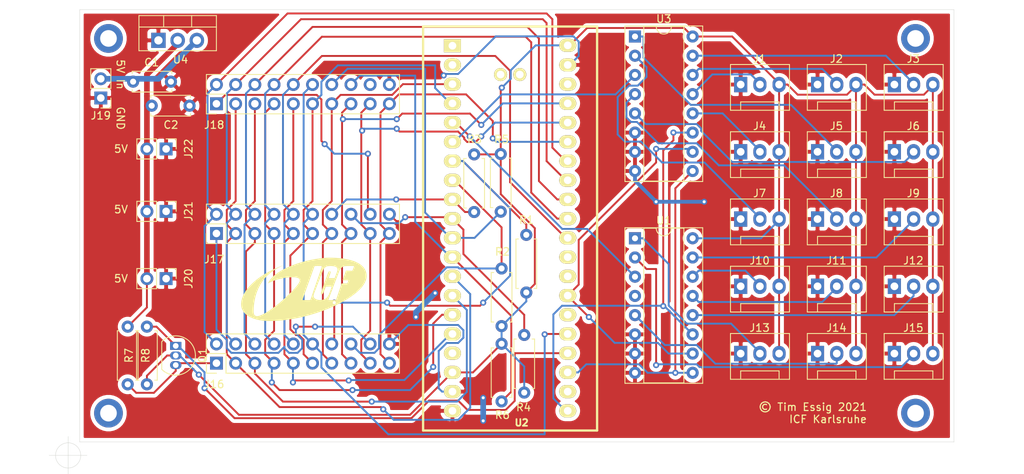
<source format=kicad_pcb>
(kicad_pcb (version 20171130) (host pcbnew 5.1.6+dfsg1-1)
  (layers (0 F.Cu signal) (31 B.Cu signal) (34 B.Paste user) (35 F.Paste user) (36 B.SilkS user) (37 F.SilkS user) (38 B.Mask user) (39 F.Mask user) (44 Edge.Cuts user))
  (net 0 "")
  (net 1 "Net-(U1-Pad11)")
  (net 2 "Net-(U1-Pad10)")
  (net 3 "Net-(J1-Pad2)")
  (net 4 "Net-(J2-Pad2)")
  (net 5 "Net-(J3-Pad2)")
  (net 6 VCC3V3)
  (net 7 "Net-(J4-Pad2)")
  (net 8 "Net-(J5-Pad2)")
  (net 9 "Net-(J6-Pad2)")
  (net 10 "Net-(J7-Pad2)")
  (net 11 "Net-(J8-Pad2)")
  (net 12 "Net-(J9-Pad2)")
  (net 13 "Net-(J10-Pad2)")
  (net 14 "Net-(J11-Pad2)")
  (net 15 "Net-(J12-Pad2)")
  (net 16 "Net-(J13-Pad2)")
  (net 17 "Net-(J14-Pad2)")
  (net 18 "Net-(J15-Pad2)")
  (net 19 "Net-(U2-Pad6)")
  (net 20 "Net-(U1-Pad9)")
  (net 21 "Net-(U1-Pad3)")
  (net 22 GND)
  (net 23 Col9)
  (net 24 Col0)
  (net 25 Col10)
  (net 26 Col1)
  (net 27 Col11)
  (net 28 Col2)
  (net 29 Col12)
  (net 30 Col3)
  (net 31 Col13)
  (net 32 Col4)
  (net 33 Col14)
  (net 34 Col5)
  (net 35 Row0)
  (net 36 Col6)
  (net 37 Row1)
  (net 38 Col7)
  (net 39 "Net-(J16-Pad18)")
  (net 40 Col8)
  (net 41 "Net-(J17-Pad18)")
  (net 42 Row3)
  (net 43 Row2)
  (net 44 Row4)
  (net 45 Row5)
  (net 46 "Net-(C1-Pad1)")
  (net 47 VCC5V)
  (net 48 SPI_5V)
  (net 49 SPI_3V3)
  (module Capacitor_THT:C_Disc_D5.0mm_W2.5mm_P5.00mm (layer F.Cu) (at 61.929 68.199)
    (fp_text reference C1 (at 2.46 -2.54) (layer F.SilkS))
    (fp_text value "10 uF")
    (pad 2 thru_hole circle (at 5 0) (size 1.6 1.6) (drill 0.8) (layers *.Cu *.Mask) (net 22 GND))
    (pad 1 thru_hole circle (at 0 0) (size 1.6 1.6) (drill 0.8) (layers *.Cu *.Mask) (net 46 "Net-(C1-Pad1)"))
  )
  (module Capacitor_THT:C_Disc_D5.0mm_W2.5mm_P5.00mm (layer F.Cu) (at 64.389 71.374)
    (fp_text reference C2 (at 2.54 2.54) (layer F.SilkS))
    (fp_text value "10 uF")
    (pad 2 thru_hole circle (at 5 0) (size 1.6 1.6) (drill 0.8) (layers *.Cu *.Mask) (net 22 GND))
    (pad 1 thru_hole circle (at 0 0) (size 1.6 1.6) (drill 0.8) (layers *.Cu *.Mask) (net 47 VCC5V))
  )
  (module Package_TO_SOT_THT:TO-92_Inline (layer F.Cu) (at 67.564 103.124 270)
    (fp_text reference Q1 (at 1.27 -3.56 90) (layer F.SilkS))
    (fp_text value 2N7000)
    (pad 1 thru_hole rect (at 0 0 270) (size 1.05 1.5) (drill 0.75) (layers *.Cu *.Mask) (net 49 SPI_3V3))
    (pad 3 thru_hole oval (at 2.54 0 270) (size 1.05 1.5) (drill 0.75) (layers *.Cu *.Mask) (net 48 SPI_5V))
    (pad 2 thru_hole oval (at 1.27 0 270) (size 1.05 1.5) (drill 0.75) (layers *.Cu *.Mask) (net 6 VCC3V3))
  )
  (module BluePill_breakouts:BluePill_STM32F103C (layer F.Cu) (at 104.14 63.5)
    (fp_text reference U2 (at 9.144 49.784 180) (layer F.SilkS) (effects (font (size 0.889 0.889) (thickness 0.3048))))
    (fp_text value BluePill_STM32F103C hide)
    (pad 1 thru_hole rect (at 0 -0.0508 270) (size 1.7272 2.25) (drill 1.016) (layers *.Cu *.Mask F.SilkS))
    (pad 2 thru_hole oval (at 0 2.4892 270) (size 1.7272 2.25) (drill 1.016) (layers *.Cu *.Mask F.SilkS))
    (pad 3 thru_hole oval (at 0 5.0292 270) (size 1.7272 2.25) (drill 1.016) (layers *.Cu *.Mask F.SilkS) (net 34 Col5))
    (pad 4 thru_hole oval (at 0 7.5692 270) (size 1.7272 2.25) (drill 1.016) (layers *.Cu *.Mask F.SilkS) (net 32 Col4))
    (pad 5 thru_hole oval (at 0 10.1092 270) (size 1.7272 2.25) (drill 1.016) (layers *.Cu *.Mask F.SilkS) (net 21 "Net-(U1-Pad3)"))
    (pad 6 thru_hole oval (at 0 12.6492 270) (size 1.7272 2.25) (drill 1.016) (layers *.Cu *.Mask F.SilkS) (net 19 "Net-(U2-Pad6)"))
    (pad 7 thru_hole oval (at 0 15.1892 270) (size 1.7272 2.25) (drill 1.016) (layers *.Cu *.Mask F.SilkS) (net 35 Row0))
    (pad 8 thru_hole oval (at 0 17.7292 270) (size 1.7272 2.25) (drill 1.016) (layers *.Cu *.Mask F.SilkS) (net 37 Row1))
    (pad 9 thru_hole oval (at 0 20.2692 270) (size 1.7272 2.25) (drill 1.016) (layers *.Cu *.Mask F.SilkS) (net 43 Row2))
    (pad 10 thru_hole oval (at 0 22.8092 270) (size 1.7272 2.25) (drill 1.016) (layers *.Cu *.Mask F.SilkS) (net 42 Row3))
    (pad 11 thru_hole oval (at 0 25.3492 270) (size 1.7272 2.25) (drill 1.016) (layers *.Cu *.Mask F.SilkS) (net 44 Row4))
    (pad 12 thru_hole oval (at 0 27.8892 270) (size 1.7272 2.25) (drill 1.016) (layers *.Cu *.Mask F.SilkS) (net 45 Row5))
    (pad 13 thru_hole oval (at 0 30.4292 270) (size 1.7272 2.25) (drill 1.016) (layers *.Cu *.Mask F.SilkS) (net 24 Col0))
    (pad 14 thru_hole oval (at 0 32.9692 270) (size 1.7272 2.25) (drill 1.016) (layers *.Cu *.Mask F.SilkS) (net 26 Col1))
    (pad 15 thru_hole oval (at 0 35.5092 270) (size 1.7272 2.25) (drill 1.016) (layers *.Cu *.Mask F.SilkS) (net 28 Col2))
    (pad 16 thru_hole oval (at 0 38.0492 270) (size 1.7272 2.25) (drill 1.016) (layers *.Cu *.Mask F.SilkS) (net 30 Col3))
    (pad 17 thru_hole oval (at 0 40.5892 270) (size 1.7272 2.25) (drill 1.016) (layers *.Cu *.Mask F.SilkS))
    (pad 18 thru_hole oval (at 0 43.1292 270) (size 1.7272 2.25) (drill 1.016) (layers *.Cu *.Mask F.SilkS) (net 6 VCC3V3))
    (pad 19 thru_hole oval (at 0 45.6692 270) (size 1.7272 2.25) (drill 1.016) (layers *.Cu *.Mask F.SilkS) (net 22 GND))
    (pad 20 thru_hole oval (at 0 48.2092 270) (size 1.7272 2.25) (drill 1.016) (layers *.Cu *.Mask F.SilkS) (net 22 GND))
    (pad 21 thru_hole oval (at 15.24 48.2092 90) (size 1.7272 2.25) (drill 1.016) (layers *.Cu *.Mask F.SilkS) (net 1 "Net-(U1-Pad11)"))
    (pad 22 thru_hole oval (at 15.24 45.6692 90) (size 1.7272 2.25) (drill 1.016) (layers *.Cu *.Mask F.SilkS))
    (pad 23 thru_hole oval (at 15.24 43.1292 90) (size 1.7272 2.25) (drill 1.016) (layers *.Cu *.Mask F.SilkS) (net 20 "Net-(U1-Pad9)"))
    (pad 24 thru_hole oval (at 15.24 40.5892 90) (size 1.7272 2.25) (drill 1.016) (layers *.Cu *.Mask F.SilkS) (net 49 SPI_3V3))
    (pad 25 thru_hole oval (at 15.24 38.0492 90) (size 1.7272 2.25) (drill 1.016) (layers *.Cu *.Mask F.SilkS) (net 33 Col14))
    (pad 26 thru_hole oval (at 15.24 35.5092 90) (size 1.7272 2.25) (drill 1.016) (layers *.Cu *.Mask F.SilkS))
    (pad 27 thru_hole oval (at 15.24 32.9692 90) (size 1.7272 2.25) (drill 1.016) (layers *.Cu *.Mask F.SilkS) (net 2 "Net-(U1-Pad10)"))
    (pad 28 thru_hole oval (at 15.24 30.4292 90) (size 1.7272 2.25) (drill 1.016) (layers *.Cu *.Mask F.SilkS))
    (pad 29 thru_hole oval (at 15.24 27.8892 90) (size 1.7272 2.25) (drill 1.016) (layers *.Cu *.Mask F.SilkS))
    (pad 30 thru_hole oval (at 15.24 25.3492 90) (size 1.7272 2.25) (drill 1.016) (layers *.Cu *.Mask F.SilkS) (net 31 Col13))
    (pad 31 thru_hole oval (at 15.24 22.8092 90) (size 1.7272 2.25) (drill 1.016) (layers *.Cu *.Mask F.SilkS) (net 29 Col12))
    (pad 32 thru_hole oval (at 15.24 20.2692 90) (size 1.7272 2.25) (drill 1.016) (layers *.Cu *.Mask F.SilkS) (net 27 Col11))
    (pad 33 thru_hole oval (at 15.24 17.7292 90) (size 1.7272 2.25) (drill 1.016) (layers *.Cu *.Mask F.SilkS) (net 25 Col10))
    (pad 34 thru_hole oval (at 15.24 15.1892 90) (size 1.7272 2.25) (drill 1.016) (layers *.Cu *.Mask F.SilkS) (net 23 Col9))
    (pad 35 thru_hole oval (at 15.24 12.6492 90) (size 1.7272 2.25) (drill 1.016) (layers *.Cu *.Mask F.SilkS) (net 40 Col8))
    (pad 36 thru_hole oval (at 15.24 10.1092 90) (size 1.7272 2.25) (drill 1.016) (layers *.Cu *.Mask F.SilkS) (net 38 Col7))
    (pad 37 thru_hole oval (at 15.24 7.5692 90) (size 1.7272 2.25) (drill 1.016) (layers *.Cu *.Mask F.SilkS) (net 36 Col6))
    (pad 38 thru_hole oval (at 15.24 5.0292 90) (size 1.7272 2.25) (drill 1.016) (layers *.Cu *.Mask F.SilkS))
    (pad 39 thru_hole oval (at 15.24 2.4892 90) (size 1.7272 2.25) (drill 1.016) (layers *.Cu *.Mask F.SilkS) (net 22 GND))
    (pad 40 thru_hole oval (at 15.24 -0.1016 90) (size 1.7272 2.25) (drill 1.016) (layers *.Cu *.Mask F.SilkS) (net 6 VCC3V3))
    (pad 41 thru_hole oval (at 8.9 3.7592 90) (size 1.7272 1.7272) (drill 1.016) (layers *.Cu *.Mask F.SilkS))
    (pad 42 thru_hole oval (at 6.36 3.7592 90) (size 1.7272 1.7272) (drill 1.016) (layers *.Cu *.Mask F.SilkS))
  )
  (module Connector_PinHeader_2.54mm:PinHeader_1x02_P2.54mm_Vertical (layer F.Cu) (at 66.294 85.344 270)
    (fp_text reference J21 (at 0 -2.965 90) (layer F.SilkS))
    (fp_text value 5V)
    (pad 2 thru_hole oval (at 0 2.54 270) (size 1.7 1.7) (drill 1) (layers *.Cu *.Mask) (net 47 VCC5V))
    (pad 1 thru_hole rect (at 0 0 270) (size 1.7 1.7) (drill 1) (layers *.Cu *.Mask) (net 22 GND))
  )
  (module Connector_PinHeader_2.54mm:PinHeader_1x02_P2.54mm_Vertical (layer F.Cu) (at 66.294 94.234 270)
    (fp_text reference J20 (at 0 -2.965 90) (layer F.SilkS))
    (fp_text value 5V)
    (pad 2 thru_hole oval (at 0 2.54 270) (size 1.7 1.7) (drill 1) (layers *.Cu *.Mask) (net 47 VCC5V))
    (pad 1 thru_hole rect (at 0 0 270) (size 1.7 1.7) (drill 1) (layers *.Cu *.Mask) (net 22 GND))
  )
  (module Connector_PinHeader_2.54mm:PinHeader_1x02_P2.54mm_Vertical (layer F.Cu) (at 57.658 70.358 180)
    (fp_text reference J19 (at 0 -2.33) (layer F.SilkS))
    (fp_text value "PWR In")
    (pad 2 thru_hole oval (at 0 2.54 180) (size 1.7 1.7) (drill 1) (layers *.Cu *.Mask) (net 46 "Net-(C1-Pad1)"))
    (pad 1 thru_hole rect (at 0 0 180) (size 1.7 1.7) (drill 1) (layers *.Cu *.Mask) (net 22 GND))
  )
  (module Connector_PinHeader_2.54mm:PinHeader_1x02_P2.54mm_Vertical (layer F.Cu) (at 66.294 77.089 270)
    (fp_text reference J22 (at 0 -2.965 90) (layer F.SilkS))
    (fp_text value 5V)
    (pad 2 thru_hole oval (at 0 2.54 270) (size 1.7 1.7) (drill 1) (layers *.Cu *.Mask) (net 47 VCC5V))
    (pad 1 thru_hole rect (at 0 0 270) (size 1.7 1.7) (drill 1) (layers *.Cu *.Mask) (net 22 GND))
  )
  (module Package_TO_SOT_THT:TO-220-3_Vertical (layer F.Cu) (at 65.278 62.738)
    (fp_text reference U4 (at 2.921 2.54) (layer F.SilkS))
    (fp_text value LM1084-5.0)
    (pad 3 thru_hole oval (at 5.08 0) (size 1.905 2) (drill 1.1) (layers *.Cu *.Mask) (net 46 "Net-(C1-Pad1)"))
    (pad 2 thru_hole oval (at 2.54 0) (size 1.905 2) (drill 1.1) (layers *.Cu *.Mask) (net 47 VCC5V))
    (pad 1 thru_hole rect (at 0 0) (size 1.905 2) (drill 1.1) (layers *.Cu *.Mask) (net 22 GND))
  )
  (module Resistor_THT:R_Axial_DIN0207_L6.3mm_D2.5mm_P7.62mm_Horizontal (layer F.Cu) (at 61.214 100.584 270)
    (fp_text reference R8 (at 3.81 -2.37 90) (layer F.SilkS))
    (fp_text value 10k)
    (pad 2 thru_hole oval (at 7.62 0 270) (size 1.6 1.6) (drill 0.8) (layers *.Cu *.Mask) (net 48 SPI_5V))
    (pad 1 thru_hole circle (at 0 0 270) (size 1.6 1.6) (drill 0.8) (layers *.Cu *.Mask) (net 47 VCC5V))
  )
  (module Resistor_THT:R_Axial_DIN0207_L6.3mm_D2.5mm_P7.62mm_Horizontal (layer F.Cu) (at 63.754 108.204 90)
    (fp_text reference R7 (at 3.81 -2.37 90) (layer F.SilkS))
    (fp_text value 10k)
    (pad 2 thru_hole oval (at 7.62 0 90) (size 1.6 1.6) (drill 0.8) (layers *.Cu *.Mask) (net 49 SPI_3V3))
    (pad 1 thru_hole circle (at 0 0 90) (size 1.6 1.6) (drill 0.8) (layers *.Cu *.Mask) (net 6 VCC3V3))
  )
  (module Resistor_THT:R_Axial_DIN0207_L6.3mm_D2.5mm_P7.62mm_Horizontal (layer F.Cu) (at 110.63732 102.8446 270)
    (fp_text reference R6 (at 9.4234 -0.10668 180) (layer F.SilkS))
    (fp_text value R)
    (pad 2 thru_hole oval (at 7.62 0 270) (size 1.6 1.6) (drill 0.8) (layers *.Cu *.Mask) (net 45 Row5))
    (pad 1 thru_hole circle (at 0 0 270) (size 1.6 1.6) (drill 0.8) (layers *.Cu *.Mask) (net 6 VCC3V3))
  )
  (module Resistor_THT:R_Axial_DIN0207_L6.3mm_D2.5mm_P7.62mm_Horizontal (layer F.Cu) (at 110.52556 77.76464 270)
    (fp_text reference R5 (at -1.94564 -0.09144 180) (layer F.SilkS))
    (fp_text value R)
    (pad 2 thru_hole oval (at 7.62 0 270) (size 1.6 1.6) (drill 0.8) (layers *.Cu *.Mask) (net 44 Row4))
    (pad 1 thru_hole circle (at 0 0 270) (size 1.6 1.6) (drill 0.8) (layers *.Cu *.Mask) (net 6 VCC3V3))
  )
  (module Resistor_THT:R_Axial_DIN0207_L6.3mm_D2.5mm_P7.62mm_Horizontal (layer F.Cu) (at 113.62944 109.2962 90)
    (fp_text reference R4 (at -1.9558 -0.09144 180) (layer F.SilkS))
    (fp_text value R)
    (pad 2 thru_hole oval (at 7.62 0 90) (size 1.6 1.6) (drill 0.8) (layers *.Cu *.Mask) (net 42 Row3))
    (pad 1 thru_hole circle (at 0 0 90) (size 1.6 1.6) (drill 0.8) (layers *.Cu *.Mask) (net 6 VCC3V3))
  )
  (module Resistor_THT:R_Axial_DIN0207_L6.3mm_D2.5mm_P7.62mm_Horizontal (layer F.Cu) (at 107.0102 77.81036 270)
    (fp_text reference R3 (at -1.99136 -0.0508 180) (layer F.SilkS))
    (fp_text value R)
    (pad 2 thru_hole oval (at 7.62 0 270) (size 1.6 1.6) (drill 0.8) (layers *.Cu *.Mask) (net 43 Row2))
    (pad 1 thru_hole circle (at 0 0 270) (size 1.6 1.6) (drill 0.8) (layers *.Cu *.Mask) (net 6 VCC3V3))
  )
  (module Resistor_THT:R_Axial_DIN0207_L6.3mm_D2.5mm_P7.62mm_Horizontal (layer F.Cu) (at 110.63732 100.51288 90)
    (fp_text reference R2 (at 9.83488 0.10668 180) (layer F.SilkS))
    (fp_text value R)
    (pad 2 thru_hole oval (at 7.62 0 90) (size 1.6 1.6) (drill 0.8) (layers *.Cu *.Mask) (net 37 Row1))
    (pad 1 thru_hole circle (at 0 0 90) (size 1.6 1.6) (drill 0.8) (layers *.Cu *.Mask) (net 6 VCC3V3))
  )
  (module Resistor_THT:R_Axial_DIN0207_L6.3mm_D2.5mm_P7.62mm_Horizontal (layer F.Cu) (at 113.90376 96.06788 90)
    (fp_text reference R1 (at 9.58088 0.01524 180) (layer F.SilkS))
    (fp_text value R)
    (pad 2 thru_hole oval (at 7.62 0 90) (size 1.6 1.6) (drill 0.8) (layers *.Cu *.Mask) (net 35 Row0))
    (pad 1 thru_hole circle (at 0 0 90) (size 1.6 1.6) (drill 0.8) (layers *.Cu *.Mask) (net 6 VCC3V3))
  )
  (module Package_DIP:DIP-16_W7.62mm_Socket (layer F.Cu) (at 128.27 62.23)
    (fp_text reference U3 (at 3.81 -2.33) (layer F.SilkS))
    (fp_text value 4051)
    (pad 16 thru_hole oval (at 7.62 0) (size 1.6 1.6) (drill 0.8) (layers *.Cu *.Mask) (net 6 VCC3V3))
    (pad 8 thru_hole oval (at 0 17.78) (size 1.6 1.6) (drill 0.8) (layers *.Cu *.Mask) (net 22 GND))
    (pad 15 thru_hole oval (at 7.62 2.54) (size 1.6 1.6) (drill 0.8) (layers *.Cu *.Mask) (net 5 "Net-(J3-Pad2)"))
    (pad 7 thru_hole oval (at 0 15.24) (size 1.6 1.6) (drill 0.8) (layers *.Cu *.Mask) (net 22 GND))
    (pad 14 thru_hole oval (at 7.62 5.08) (size 1.6 1.6) (drill 0.8) (layers *.Cu *.Mask) (net 4 "Net-(J2-Pad2)"))
    (pad 6 thru_hole oval (at 0 12.7) (size 1.6 1.6) (drill 0.8) (layers *.Cu *.Mask) (net 22 GND))
    (pad 13 thru_hole oval (at 7.62 7.62) (size 1.6 1.6) (drill 0.8) (layers *.Cu *.Mask) (net 3 "Net-(J1-Pad2)"))
    (pad 5 thru_hole oval (at 0 10.16) (size 1.6 1.6) (drill 0.8) (layers *.Cu *.Mask) (net 9 "Net-(J6-Pad2)"))
    (pad 12 thru_hole oval (at 7.62 10.16) (size 1.6 1.6) (drill 0.8) (layers *.Cu *.Mask) (net 7 "Net-(J4-Pad2)"))
    (pad 4 thru_hole oval (at 0 7.62) (size 1.6 1.6) (drill 0.8) (layers *.Cu *.Mask) (net 11 "Net-(J8-Pad2)"))
    (pad 11 thru_hole oval (at 7.62 12.7) (size 1.6 1.6) (drill 0.8) (layers *.Cu *.Mask) (net 1 "Net-(U1-Pad11)"))
    (pad 3 thru_hole oval (at 0 5.08) (size 1.6 1.6) (drill 0.8) (layers *.Cu *.Mask) (net 19 "Net-(U2-Pad6)"))
    (pad 10 thru_hole oval (at 7.62 15.24) (size 1.6 1.6) (drill 0.8) (layers *.Cu *.Mask) (net 2 "Net-(U1-Pad10)"))
    (pad 2 thru_hole oval (at 0 2.54) (size 1.6 1.6) (drill 0.8) (layers *.Cu *.Mask) (net 10 "Net-(J7-Pad2)"))
    (pad 9 thru_hole oval (at 7.62 17.78) (size 1.6 1.6) (drill 0.8) (layers *.Cu *.Mask) (net 20 "Net-(U1-Pad9)"))
    (pad 1 thru_hole rect (at 0 0) (size 1.6 1.6) (drill 0.8) (layers *.Cu *.Mask) (net 8 "Net-(J5-Pad2)"))
  )
  (module Package_DIP:DIP-16_W7.62mm_Socket (layer F.Cu) (at 128.27 88.9)
    (fp_text reference U1 (at 3.81 -2.33) (layer F.SilkS))
    (fp_text value 4051)
    (pad 1 thru_hole rect (at 0 0) (size 1.6 1.6) (drill 0.8) (layers *.Cu *.Mask) (net 16 "Net-(J13-Pad2)"))
    (pad 9 thru_hole oval (at 7.62 17.78) (size 1.6 1.6) (drill 0.8) (layers *.Cu *.Mask) (net 20 "Net-(U1-Pad9)"))
    (pad 2 thru_hole oval (at 0 2.54) (size 1.6 1.6) (drill 0.8) (layers *.Cu *.Mask) (net 18 "Net-(J15-Pad2)"))
    (pad 10 thru_hole oval (at 7.62 15.24) (size 1.6 1.6) (drill 0.8) (layers *.Cu *.Mask) (net 2 "Net-(U1-Pad10)"))
    (pad 3 thru_hole oval (at 0 5.08) (size 1.6 1.6) (drill 0.8) (layers *.Cu *.Mask) (net 21 "Net-(U1-Pad3)"))
    (pad 11 thru_hole oval (at 7.62 12.7) (size 1.6 1.6) (drill 0.8) (layers *.Cu *.Mask) (net 1 "Net-(U1-Pad11)"))
    (pad 4 thru_hole oval (at 0 7.62) (size 1.6 1.6) (drill 0.8) (layers *.Cu *.Mask))
    (pad 12 thru_hole oval (at 7.62 10.16) (size 1.6 1.6) (drill 0.8) (layers *.Cu *.Mask) (net 15 "Net-(J12-Pad2)"))
    (pad 5 thru_hole oval (at 0 10.16) (size 1.6 1.6) (drill 0.8) (layers *.Cu *.Mask) (net 17 "Net-(J14-Pad2)"))
    (pad 13 thru_hole oval (at 7.62 7.62) (size 1.6 1.6) (drill 0.8) (layers *.Cu *.Mask) (net 14 "Net-(J11-Pad2)"))
    (pad 6 thru_hole oval (at 0 12.7) (size 1.6 1.6) (drill 0.8) (layers *.Cu *.Mask) (net 22 GND))
    (pad 14 thru_hole oval (at 7.62 5.08) (size 1.6 1.6) (drill 0.8) (layers *.Cu *.Mask) (net 13 "Net-(J10-Pad2)"))
    (pad 7 thru_hole oval (at 0 15.24) (size 1.6 1.6) (drill 0.8) (layers *.Cu *.Mask) (net 22 GND))
    (pad 15 thru_hole oval (at 7.62 2.54) (size 1.6 1.6) (drill 0.8) (layers *.Cu *.Mask) (net 12 "Net-(J9-Pad2)"))
    (pad 8 thru_hole oval (at 0 17.78) (size 1.6 1.6) (drill 0.8) (layers *.Cu *.Mask) (net 22 GND))
    (pad 16 thru_hole oval (at 7.62 0) (size 1.6 1.6) (drill 0.8) (layers *.Cu *.Mask) (net 6 VCC3V3))
  )
  (module ICF:icf_logo_front_silk_neg (layer F.Cu) (at 84.074 95.504)
    (fp_text reference G*** hide)
    (fp_text value LOGO hide)
  )
  (module MountingHole:MountingHole_2.2mm_M2_DIN965_Pad (layer F.Cu) (at 58.674 62.484)
    (fp_text reference REF** hide)
    (fp_text value MountingHole_2.2mm_M2_DIN965_Pad)
    (pad 1 thru_hole circle (at 0 0) (size 3.8 3.8) (drill 2.2) (layers *.Cu *.Mask))
  )
  (module MountingHole:MountingHole_2.2mm_M2_DIN965_Pad (layer F.Cu) (at 58.674 112.014)
    (fp_text reference REF** hide)
    (fp_text value MountingHole_2.2mm_M2_DIN965_Pad)
    (pad 1 thru_hole circle (at 0 0) (size 3.8 3.8) (drill 2.2) (layers *.Cu *.Mask))
  )
  (module MountingHole:MountingHole_2.2mm_M2_DIN965_Pad (layer F.Cu) (at 165.354 112.014)
    (fp_text reference REF** hide)
    (fp_text value MountingHole_2.2mm_M2_DIN965_Pad)
    (pad 1 thru_hole circle (at 0 0) (size 3.8 3.8) (drill 2.2) (layers *.Cu *.Mask))
  )
  (module MountingHole:MountingHole_2.2mm_M2_DIN965_Pad (layer F.Cu) (at 165.354 62.484)
    (fp_text reference REF** hide)
    (fp_text value MountingHole_2.2mm_M2_DIN965_Pad)
    (pad 1 thru_hole circle (at 0 0) (size 3.8 3.8) (drill 2.2) (layers *.Cu *.Mask))
  )
  (module Connector:FanPinHeader_1x03_P2.54mm_Vertical (layer F.Cu) (at 142.24 68.58)
    (fp_text reference J1 (at 2.5 -3.4) (layer F.SilkS))
    (fp_text value Conn_01x03_Male)
    (pad 1 thru_hole rect (at 0 0 90) (size 2.03 1.73) (drill 1.02) (layers *.Cu *.Mask) (net 22 GND))
    (pad 2 thru_hole oval (at 2.54 0 90) (size 2.03 1.73) (drill 1.02) (layers *.Cu *.Mask) (net 3 "Net-(J1-Pad2)"))
    (pad 3 thru_hole oval (at 5.08 0 90) (size 2.03 1.73) (drill 1.02) (layers *.Cu *.Mask) (net 6 VCC3V3))
  )
  (module Connector:FanPinHeader_1x03_P2.54mm_Vertical (layer F.Cu) (at 152.4 68.58)
    (fp_text reference J2 (at 2.5 -3.4) (layer F.SilkS))
    (fp_text value Conn_01x03_Male)
    (pad 3 thru_hole oval (at 5.08 0 90) (size 2.03 1.73) (drill 1.02) (layers *.Cu *.Mask) (net 6 VCC3V3))
    (pad 2 thru_hole oval (at 2.54 0 90) (size 2.03 1.73) (drill 1.02) (layers *.Cu *.Mask) (net 4 "Net-(J2-Pad2)"))
    (pad 1 thru_hole rect (at 0 0 90) (size 2.03 1.73) (drill 1.02) (layers *.Cu *.Mask) (net 22 GND))
  )
  (module Connector:FanPinHeader_1x03_P2.54mm_Vertical (layer F.Cu) (at 162.56 68.58)
    (fp_text reference J3 (at 2.5 -3.4) (layer F.SilkS))
    (fp_text value Conn_01x03_Male)
    (pad 1 thru_hole rect (at 0 0 90) (size 2.03 1.73) (drill 1.02) (layers *.Cu *.Mask) (net 22 GND))
    (pad 2 thru_hole oval (at 2.54 0 90) (size 2.03 1.73) (drill 1.02) (layers *.Cu *.Mask) (net 5 "Net-(J3-Pad2)"))
    (pad 3 thru_hole oval (at 5.08 0 90) (size 2.03 1.73) (drill 1.02) (layers *.Cu *.Mask) (net 6 VCC3V3))
  )
  (module Connector:FanPinHeader_1x03_P2.54mm_Vertical (layer F.Cu) (at 142.24 77.47)
    (fp_text reference J4 (at 2.5 -3.4) (layer F.SilkS))
    (fp_text value Conn_01x03_Male)
    (pad 3 thru_hole oval (at 5.08 0 90) (size 2.03 1.73) (drill 1.02) (layers *.Cu *.Mask) (net 6 VCC3V3))
    (pad 2 thru_hole oval (at 2.54 0 90) (size 2.03 1.73) (drill 1.02) (layers *.Cu *.Mask) (net 7 "Net-(J4-Pad2)"))
    (pad 1 thru_hole rect (at 0 0 90) (size 2.03 1.73) (drill 1.02) (layers *.Cu *.Mask) (net 22 GND))
  )
  (module Connector:FanPinHeader_1x03_P2.54mm_Vertical (layer F.Cu) (at 152.4 77.47)
    (fp_text reference J5 (at 2.5 -3.4) (layer F.SilkS))
    (fp_text value Conn_01x03_Male)
    (pad 1 thru_hole rect (at 0 0 90) (size 2.03 1.73) (drill 1.02) (layers *.Cu *.Mask) (net 22 GND))
    (pad 2 thru_hole oval (at 2.54 0 90) (size 2.03 1.73) (drill 1.02) (layers *.Cu *.Mask) (net 8 "Net-(J5-Pad2)"))
    (pad 3 thru_hole oval (at 5.08 0 90) (size 2.03 1.73) (drill 1.02) (layers *.Cu *.Mask) (net 6 VCC3V3))
  )
  (module Connector:FanPinHeader_1x03_P2.54mm_Vertical (layer F.Cu) (at 162.56 77.47)
    (fp_text reference J6 (at 2.5 -3.4) (layer F.SilkS))
    (fp_text value Conn_01x03_Male)
    (pad 3 thru_hole oval (at 5.08 0 90) (size 2.03 1.73) (drill 1.02) (layers *.Cu *.Mask) (net 6 VCC3V3))
    (pad 2 thru_hole oval (at 2.54 0 90) (size 2.03 1.73) (drill 1.02) (layers *.Cu *.Mask) (net 9 "Net-(J6-Pad2)"))
    (pad 1 thru_hole rect (at 0 0 90) (size 2.03 1.73) (drill 1.02) (layers *.Cu *.Mask) (net 22 GND))
  )
  (module Connector:FanPinHeader_1x03_P2.54mm_Vertical (layer F.Cu) (at 142.24 86.36)
    (fp_text reference J7 (at 2.5 -3.4) (layer F.SilkS))
    (fp_text value Conn_01x03_Male)
    (pad 1 thru_hole rect (at 0 0 90) (size 2.03 1.73) (drill 1.02) (layers *.Cu *.Mask) (net 22 GND))
    (pad 2 thru_hole oval (at 2.54 0 90) (size 2.03 1.73) (drill 1.02) (layers *.Cu *.Mask) (net 10 "Net-(J7-Pad2)"))
    (pad 3 thru_hole oval (at 5.08 0 90) (size 2.03 1.73) (drill 1.02) (layers *.Cu *.Mask) (net 6 VCC3V3))
  )
  (module Connector:FanPinHeader_1x03_P2.54mm_Vertical (layer F.Cu) (at 152.4 86.36)
    (fp_text reference J8 (at 2.5 -3.4) (layer F.SilkS))
    (fp_text value Conn_01x03_Male)
    (pad 1 thru_hole rect (at 0 0 90) (size 2.03 1.73) (drill 1.02) (layers *.Cu *.Mask) (net 22 GND))
    (pad 2 thru_hole oval (at 2.54 0 90) (size 2.03 1.73) (drill 1.02) (layers *.Cu *.Mask) (net 11 "Net-(J8-Pad2)"))
    (pad 3 thru_hole oval (at 5.08 0 90) (size 2.03 1.73) (drill 1.02) (layers *.Cu *.Mask) (net 6 VCC3V3))
  )
  (module Connector:FanPinHeader_1x03_P2.54mm_Vertical (layer F.Cu) (at 162.56 86.36)
    (fp_text reference J9 (at 2.5 -3.4) (layer F.SilkS))
    (fp_text value Conn_01x03_Male)
    (pad 3 thru_hole oval (at 5.08 0 90) (size 2.03 1.73) (drill 1.02) (layers *.Cu *.Mask) (net 6 VCC3V3))
    (pad 2 thru_hole oval (at 2.54 0 90) (size 2.03 1.73) (drill 1.02) (layers *.Cu *.Mask) (net 12 "Net-(J9-Pad2)"))
    (pad 1 thru_hole rect (at 0 0 90) (size 2.03 1.73) (drill 1.02) (layers *.Cu *.Mask) (net 22 GND))
  )
  (module Connector:FanPinHeader_1x03_P2.54mm_Vertical (layer F.Cu) (at 142.24 95.25)
    (fp_text reference J10 (at 2.5 -3.4) (layer F.SilkS))
    (fp_text value Conn_01x03_Male)
    (pad 1 thru_hole rect (at 0 0 90) (size 2.03 1.73) (drill 1.02) (layers *.Cu *.Mask) (net 22 GND))
    (pad 2 thru_hole oval (at 2.54 0 90) (size 2.03 1.73) (drill 1.02) (layers *.Cu *.Mask) (net 13 "Net-(J10-Pad2)"))
    (pad 3 thru_hole oval (at 5.08 0 90) (size 2.03 1.73) (drill 1.02) (layers *.Cu *.Mask) (net 6 VCC3V3))
  )
  (module Connector:FanPinHeader_1x03_P2.54mm_Vertical (layer F.Cu) (at 152.4 95.25)
    (fp_text reference J11 (at 2.5 -3.4) (layer F.SilkS))
    (fp_text value Conn_01x03_Male)
    (pad 3 thru_hole oval (at 5.08 0 90) (size 2.03 1.73) (drill 1.02) (layers *.Cu *.Mask) (net 6 VCC3V3))
    (pad 2 thru_hole oval (at 2.54 0 90) (size 2.03 1.73) (drill 1.02) (layers *.Cu *.Mask) (net 14 "Net-(J11-Pad2)"))
    (pad 1 thru_hole rect (at 0 0 90) (size 2.03 1.73) (drill 1.02) (layers *.Cu *.Mask) (net 22 GND))
  )
  (module Connector:FanPinHeader_1x03_P2.54mm_Vertical (layer F.Cu) (at 162.56 95.25)
    (fp_text reference J12 (at 2.5 -3.4) (layer F.SilkS))
    (fp_text value Conn_01x03_Male)
    (pad 1 thru_hole rect (at 0 0 90) (size 2.03 1.73) (drill 1.02) (layers *.Cu *.Mask) (net 22 GND))
    (pad 2 thru_hole oval (at 2.54 0 90) (size 2.03 1.73) (drill 1.02) (layers *.Cu *.Mask) (net 15 "Net-(J12-Pad2)"))
    (pad 3 thru_hole oval (at 5.08 0 90) (size 2.03 1.73) (drill 1.02) (layers *.Cu *.Mask) (net 6 VCC3V3))
  )
  (module Connector:FanPinHeader_1x03_P2.54mm_Vertical (layer F.Cu) (at 142.24 104.14)
    (fp_text reference J13 (at 2.5 -3.4) (layer F.SilkS))
    (fp_text value Conn_01x03_Male)
    (pad 3 thru_hole oval (at 5.08 0 90) (size 2.03 1.73) (drill 1.02) (layers *.Cu *.Mask) (net 6 VCC3V3))
    (pad 2 thru_hole oval (at 2.54 0 90) (size 2.03 1.73) (drill 1.02) (layers *.Cu *.Mask) (net 16 "Net-(J13-Pad2)"))
    (pad 1 thru_hole rect (at 0 0 90) (size 2.03 1.73) (drill 1.02) (layers *.Cu *.Mask) (net 22 GND))
  )
  (module Connector:FanPinHeader_1x03_P2.54mm_Vertical (layer F.Cu) (at 152.4 104.14)
    (fp_text reference J14 (at 2.5 -3.4) (layer F.SilkS))
    (fp_text value Conn_01x03_Male)
    (pad 1 thru_hole rect (at 0 0 90) (size 2.03 1.73) (drill 1.02) (layers *.Cu *.Mask) (net 22 GND))
    (pad 2 thru_hole oval (at 2.54 0 90) (size 2.03 1.73) (drill 1.02) (layers *.Cu *.Mask) (net 17 "Net-(J14-Pad2)"))
    (pad 3 thru_hole oval (at 5.08 0 90) (size 2.03 1.73) (drill 1.02) (layers *.Cu *.Mask) (net 6 VCC3V3))
  )
  (module Connector:FanPinHeader_1x03_P2.54mm_Vertical (layer F.Cu) (at 162.56 104.14)
    (fp_text reference J15 (at 2.5 -3.4) (layer F.SilkS))
    (fp_text value Conn_01x03_Male)
    (pad 3 thru_hole oval (at 5.08 0 90) (size 2.03 1.73) (drill 1.02) (layers *.Cu *.Mask) (net 6 VCC3V3))
    (pad 2 thru_hole oval (at 2.54 0 90) (size 2.03 1.73) (drill 1.02) (layers *.Cu *.Mask) (net 18 "Net-(J15-Pad2)"))
    (pad 1 thru_hole rect (at 0 0 90) (size 2.03 1.73) (drill 1.02) (layers *.Cu *.Mask) (net 22 GND))
  )
  (module Connector_PinHeader_2.54mm:PinHeader_2x10_P2.54mm_Vertical (layer F.Cu) (at 72.945001 105.41 90)
    (fp_text reference J16 (at -2.794 -0.301001 180) (layer F.SilkS))
    (fp_text value Conn_02x10_Odd_Even)
    (pad 1 thru_hole rect (at 0 0 90) (size 1.7 1.7) (drill 1) (layers *.Cu *.Mask) (net 48 SPI_5V))
    (pad 2 thru_hole oval (at 2.54 0 90) (size 1.7 1.7) (drill 1) (layers *.Cu *.Mask) (net 23 Col9))
    (pad 3 thru_hole oval (at 0 2.54 90) (size 1.7 1.7) (drill 1) (layers *.Cu *.Mask) (net 24 Col0))
    (pad 4 thru_hole oval (at 2.54 2.54 90) (size 1.7 1.7) (drill 1) (layers *.Cu *.Mask) (net 25 Col10))
    (pad 5 thru_hole oval (at 0 5.08 90) (size 1.7 1.7) (drill 1) (layers *.Cu *.Mask) (net 26 Col1))
    (pad 6 thru_hole oval (at 2.54 5.08 90) (size 1.7 1.7) (drill 1) (layers *.Cu *.Mask) (net 27 Col11))
    (pad 7 thru_hole oval (at 0 7.62 90) (size 1.7 1.7) (drill 1) (layers *.Cu *.Mask) (net 28 Col2))
    (pad 8 thru_hole oval (at 2.54 7.62 90) (size 1.7 1.7) (drill 1) (layers *.Cu *.Mask) (net 29 Col12))
    (pad 9 thru_hole oval (at 0 10.16 90) (size 1.7 1.7) (drill 1) (layers *.Cu *.Mask) (net 30 Col3))
    (pad 10 thru_hole oval (at 2.54 10.16 90) (size 1.7 1.7) (drill 1) (layers *.Cu *.Mask) (net 31 Col13))
    (pad 11 thru_hole oval (at 0 12.7 90) (size 1.7 1.7) (drill 1) (layers *.Cu *.Mask) (net 32 Col4))
    (pad 12 thru_hole oval (at 2.54 12.7 90) (size 1.7 1.7) (drill 1) (layers *.Cu *.Mask) (net 33 Col14))
    (pad 13 thru_hole oval (at 0 15.24 90) (size 1.7 1.7) (drill 1) (layers *.Cu *.Mask) (net 34 Col5))
    (pad 14 thru_hole oval (at 2.54 15.24 90) (size 1.7 1.7) (drill 1) (layers *.Cu *.Mask) (net 35 Row0))
    (pad 15 thru_hole oval (at 0 17.78 90) (size 1.7 1.7) (drill 1) (layers *.Cu *.Mask) (net 36 Col6))
    (pad 16 thru_hole oval (at 2.54 17.78 90) (size 1.7 1.7) (drill 1) (layers *.Cu *.Mask) (net 37 Row1))
    (pad 17 thru_hole oval (at 0 20.32 90) (size 1.7 1.7) (drill 1) (layers *.Cu *.Mask) (net 38 Col7))
    (pad 18 thru_hole oval (at 2.54 20.32 90) (size 1.7 1.7) (drill 1) (layers *.Cu *.Mask) (net 39 "Net-(J16-Pad18)"))
    (pad 19 thru_hole oval (at 0 22.86 90) (size 1.7 1.7) (drill 1) (layers *.Cu *.Mask) (net 40 Col8))
    (pad 20 thru_hole oval (at 2.54 22.86 90) (size 1.7 1.7) (drill 1) (layers *.Cu *.Mask) (net 22 GND))
  )
  (module Connector_PinHeader_2.54mm:PinHeader_2x10_P2.54mm_Vertical (layer F.Cu) (at 72.945001 88.265 90)
    (fp_text reference J17 (at -3.429 -0.301001 180) (layer F.SilkS))
    (fp_text value Conn_02x10_Odd_Even)
    (pad 20 thru_hole oval (at 2.54 22.86 90) (size 1.7 1.7) (drill 1) (layers *.Cu *.Mask) (net 22 GND))
    (pad 19 thru_hole oval (at 0 22.86 90) (size 1.7 1.7) (drill 1) (layers *.Cu *.Mask) (net 40 Col8))
    (pad 18 thru_hole oval (at 2.54 20.32 90) (size 1.7 1.7) (drill 1) (layers *.Cu *.Mask) (net 41 "Net-(J17-Pad18)"))
    (pad 17 thru_hole oval (at 0 20.32 90) (size 1.7 1.7) (drill 1) (layers *.Cu *.Mask) (net 38 Col7))
    (pad 16 thru_hole oval (at 2.54 17.78 90) (size 1.7 1.7) (drill 1) (layers *.Cu *.Mask) (net 42 Row3))
    (pad 15 thru_hole oval (at 0 17.78 90) (size 1.7 1.7) (drill 1) (layers *.Cu *.Mask) (net 36 Col6))
    (pad 14 thru_hole oval (at 2.54 15.24 90) (size 1.7 1.7) (drill 1) (layers *.Cu *.Mask) (net 43 Row2))
    (pad 13 thru_hole oval (at 0 15.24 90) (size 1.7 1.7) (drill 1) (layers *.Cu *.Mask) (net 34 Col5))
    (pad 12 thru_hole oval (at 2.54 12.7 90) (size 1.7 1.7) (drill 1) (layers *.Cu *.Mask) (net 33 Col14))
    (pad 11 thru_hole oval (at 0 12.7 90) (size 1.7 1.7) (drill 1) (layers *.Cu *.Mask) (net 32 Col4))
    (pad 10 thru_hole oval (at 2.54 10.16 90) (size 1.7 1.7) (drill 1) (layers *.Cu *.Mask) (net 31 Col13))
    (pad 9 thru_hole oval (at 0 10.16 90) (size 1.7 1.7) (drill 1) (layers *.Cu *.Mask) (net 30 Col3))
    (pad 8 thru_hole oval (at 2.54 7.62 90) (size 1.7 1.7) (drill 1) (layers *.Cu *.Mask) (net 29 Col12))
    (pad 7 thru_hole oval (at 0 7.62 90) (size 1.7 1.7) (drill 1) (layers *.Cu *.Mask) (net 28 Col2))
    (pad 6 thru_hole oval (at 2.54 5.08 90) (size 1.7 1.7) (drill 1) (layers *.Cu *.Mask) (net 27 Col11))
    (pad 5 thru_hole oval (at 0 5.08 90) (size 1.7 1.7) (drill 1) (layers *.Cu *.Mask) (net 26 Col1))
    (pad 4 thru_hole oval (at 2.54 2.54 90) (size 1.7 1.7) (drill 1) (layers *.Cu *.Mask) (net 25 Col10))
    (pad 3 thru_hole oval (at 0 2.54 90) (size 1.7 1.7) (drill 1) (layers *.Cu *.Mask) (net 24 Col0))
    (pad 2 thru_hole oval (at 2.54 0 90) (size 1.7 1.7) (drill 1) (layers *.Cu *.Mask) (net 23 Col9))
    (pad 1 thru_hole rect (at 0 0 90) (size 1.7 1.7) (drill 1) (layers *.Cu *.Mask) (net 39 "Net-(J16-Pad18)"))
  )
  (module Connector_PinHeader_2.54mm:PinHeader_2x10_P2.54mm_Vertical (layer F.Cu) (at 72.945001 71.12 90)
    (fp_text reference J18 (at -2.794 -0.301001 180) (layer F.SilkS))
    (fp_text value Conn_02x10_Odd_Even)
    (pad 1 thru_hole rect (at 0 0 90) (size 1.7 1.7) (drill 1) (layers *.Cu *.Mask) (net 41 "Net-(J17-Pad18)"))
    (pad 2 thru_hole oval (at 2.54 0 90) (size 1.7 1.7) (drill 1) (layers *.Cu *.Mask) (net 23 Col9))
    (pad 3 thru_hole oval (at 0 2.54 90) (size 1.7 1.7) (drill 1) (layers *.Cu *.Mask) (net 24 Col0))
    (pad 4 thru_hole oval (at 2.54 2.54 90) (size 1.7 1.7) (drill 1) (layers *.Cu *.Mask) (net 25 Col10))
    (pad 5 thru_hole oval (at 0 5.08 90) (size 1.7 1.7) (drill 1) (layers *.Cu *.Mask) (net 26 Col1))
    (pad 6 thru_hole oval (at 2.54 5.08 90) (size 1.7 1.7) (drill 1) (layers *.Cu *.Mask) (net 27 Col11))
    (pad 7 thru_hole oval (at 0 7.62 90) (size 1.7 1.7) (drill 1) (layers *.Cu *.Mask) (net 28 Col2))
    (pad 8 thru_hole oval (at 2.54 7.62 90) (size 1.7 1.7) (drill 1) (layers *.Cu *.Mask) (net 29 Col12))
    (pad 9 thru_hole oval (at 0 10.16 90) (size 1.7 1.7) (drill 1) (layers *.Cu *.Mask) (net 30 Col3))
    (pad 10 thru_hole oval (at 2.54 10.16 90) (size 1.7 1.7) (drill 1) (layers *.Cu *.Mask) (net 31 Col13))
    (pad 11 thru_hole oval (at 0 12.7 90) (size 1.7 1.7) (drill 1) (layers *.Cu *.Mask) (net 32 Col4))
    (pad 12 thru_hole oval (at 2.54 12.7 90) (size 1.7 1.7) (drill 1) (layers *.Cu *.Mask) (net 33 Col14))
    (pad 13 thru_hole oval (at 0 15.24 90) (size 1.7 1.7) (drill 1) (layers *.Cu *.Mask) (net 34 Col5))
    (pad 14 thru_hole oval (at 2.54 15.24 90) (size 1.7 1.7) (drill 1) (layers *.Cu *.Mask) (net 44 Row4))
    (pad 15 thru_hole oval (at 0 17.78 90) (size 1.7 1.7) (drill 1) (layers *.Cu *.Mask) (net 36 Col6))
    (pad 16 thru_hole oval (at 2.54 17.78 90) (size 1.7 1.7) (drill 1) (layers *.Cu *.Mask) (net 45 Row5))
    (pad 17 thru_hole oval (at 0 20.32 90) (size 1.7 1.7) (drill 1) (layers *.Cu *.Mask) (net 38 Col7))
    (pad 18 thru_hole oval (at 2.54 20.32 90) (size 1.7 1.7) (drill 1) (layers *.Cu *.Mask))
    (pad 19 thru_hole oval (at 0 22.86 90) (size 1.7 1.7) (drill 1) (layers *.Cu *.Mask) (net 40 Col8))
    (pad 20 thru_hole oval (at 2.54 22.86 90) (size 1.7 1.7) (drill 1) (layers *.Cu *.Mask) (net 22 GND))
  )
  (target plus (at 53.34 117.602) (size 5) (width 0.05) (layer Edge.Cuts))
  (gr_text 5V (at 60.325 94.234) (layer F.SilkS) (effects (font (size 1 1))))
  (gr_text 5V (at 60.325 85.09) (layer F.SilkS) (effects (font (size 1 1))))
  (gr_text 5V (at 60.325 77.089) (layer F.SilkS) (effects (font (size 1 1))))
  (gr_text "5V In   GND" (at 60.2615 69.9135 270) (layer F.SilkS) (effects (font (size 1 1))))
  (gr_text "© Tim Essig 2021\nICF Karlsruhe" (at 159.004 112.014) (layer F.SilkS) (effects (font (size 1 1)) (justify right)))
  (gr_line (start 54.864 58.674) (end 54.864 115.824) (layer Edge.Cuts) (width 0.05))
  (gr_line (start 170.434 115.824) (end 54.864 115.824) (layer Edge.Cuts) (width 0.05))
  (gr_line (start 170.434 58.674) (end 170.434 115.824) (layer Edge.Cuts) (width 0.05))
  (gr_line (start 54.864 58.674) (end 170.434 58.674) (layer Edge.Cuts) (width 0.05))
  (segment (start 119.1186 111.7092) (end 119.38 111.7092) (width 0.25) (layer B.Cu) (net 1))
  (segment (start 117.47998 98.966872) (end 117.47998 110.07058) (width 0.25) (layer B.Cu) (net 1))
  (segment (start 117.47998 110.07058) (end 119.1186 111.7092) (width 0.25) (layer B.Cu) (net 1))
  (segment (start 118.626262 97.82059) (end 117.47998 98.966872) (width 0.25) (layer B.Cu) (net 1))
  (segment (start 132.11059 97.82059) (end 118.626262 97.82059) (width 0.25) (layer B.Cu) (net 1))
  (segment (start 135.89 101.6) (end 132.11059 97.82059) (width 0.25) (layer B.Cu) (net 1))
  (via (at 133.35 74.93) (size 0.8) (drill 0.4) (layers F.Cu B.Cu) (net 1))
  (segment (start 135.89 74.93) (end 133.35 74.93) (width 0.25) (layer B.Cu) (net 1))
  (segment (start 133.35 74.93) (end 133.35 75.946) (width 0.25) (layer F.Cu) (net 1))
  (via (at 132.004846 97.865154) (size 0.8) (drill 0.4) (layers F.Cu B.Cu) (net 1))
  (segment (start 133.35 75.946) (end 132.004846 77.291154) (width 0.25) (layer F.Cu) (net 1))
  (segment (start 132.004846 77.291154) (end 132.004846 97.865154) (width 0.25) (layer F.Cu) (net 1))
  (segment (start 119.38 96.4692) (end 119.38 96.52) (width 0.25) (layer F.Cu) (net 2))
  (via (at 122.174 99.314) (size 0.8) (drill 0.4) (layers F.Cu B.Cu) (net 2))
  (segment (start 119.38 96.52) (end 122.174 99.314) (width 0.25) (layer F.Cu) (net 2))
  (segment (start 132.71359 104.14) (end 135.89 104.14) (width 0.25) (layer B.Cu) (net 2))
  (segment (start 131.298591 102.725001) (end 132.71359 104.14) (width 0.25) (layer B.Cu) (net 2))
  (segment (start 125.585001 102.725001) (end 131.298591 102.725001) (width 0.25) (layer B.Cu) (net 2))
  (segment (start 122.174 99.314) (end 125.585001 102.725001) (width 0.25) (layer B.Cu) (net 2))
  (segment (start 120.83001 89.114992) (end 131.064 78.881002) (width 0.25) (layer F.Cu) (net 2))
  (segment (start 120.83001 95.01919) (end 120.83001 89.114992) (width 0.25) (layer F.Cu) (net 2))
  (segment (start 119.38 96.4692) (end 120.83001 95.01919) (width 0.25) (layer F.Cu) (net 2))
  (segment (start 131.064 78.881002) (end 131.064 77.089) (width 0.25) (layer F.Cu) (net 2))
  (via (at 131.069358 77.083642) (size 0.8) (drill 0.4) (layers F.Cu B.Cu) (net 2))
  (segment (start 131.064 77.089) (end 131.069358 77.083642) (width 0.25) (layer F.Cu) (net 2))
  (segment (start 135.503642 77.083642) (end 135.89 77.47) (width 0.25) (layer B.Cu) (net 2))
  (segment (start 131.069358 77.083642) (end 135.503642 77.083642) (width 0.25) (layer B.Cu) (net 2))
  (segment (start 136.689999 69.050001) (end 135.89 69.85) (width 0.25) (layer B.Cu) (net 3))
  (segment (start 138.500001 67.239999) (end 136.689999 69.050001) (width 0.25) (layer B.Cu) (net 3))
  (segment (start 143.589999 67.239999) (end 138.500001 67.239999) (width 0.25) (layer B.Cu) (net 3))
  (segment (start 144.78 68.43) (end 143.589999 67.239999) (width 0.25) (layer B.Cu) (net 3))
  (segment (start 144.78 68.58) (end 144.78 68.43) (width 0.25) (layer B.Cu) (net 3))
  (segment (start 136.689999 66.510001) (end 135.89 67.31) (width 0.25) (layer B.Cu) (net 4))
  (segment (start 153.020001 66.510001) (end 136.689999 66.510001) (width 0.25) (layer B.Cu) (net 4))
  (segment (start 154.94 68.58) (end 154.94 68.43) (width 0.25) (layer B.Cu) (net 4))
  (segment (start 154.94 68.43) (end 153.020001 66.510001) (width 0.25) (layer B.Cu) (net 4))
  (segment (start 137.02137 64.77) (end 135.89 64.77) (width 0.25) (layer B.Cu) (net 5))
  (segment (start 161.44 64.77) (end 137.02137 64.77) (width 0.25) (layer B.Cu) (net 5))
  (segment (start 165.1 68.43) (end 161.44 64.77) (width 0.25) (layer B.Cu) (net 5))
  (segment (start 165.1 68.58) (end 165.1 68.43) (width 0.25) (layer B.Cu) (net 5))
  (segment (start 167.64 68.58) (end 167.64 77.47) (width 0.25) (layer F.Cu) (net 6))
  (segment (start 167.64 77.47) (end 167.64 86.36) (width 0.25) (layer F.Cu) (net 6))
  (segment (start 167.64 87.625) (end 167.64 95.25) (width 0.25) (layer F.Cu) (net 6))
  (segment (start 167.64 86.36) (end 167.64 87.625) (width 0.25) (layer F.Cu) (net 6))
  (segment (start 167.64 95.25) (end 167.64 104.14) (width 0.25) (layer F.Cu) (net 6))
  (segment (start 157.48 104.14) (end 157.48 95.25) (width 0.25) (layer F.Cu) (net 6))
  (segment (start 157.48 93.985) (end 157.48 86.36) (width 0.25) (layer F.Cu) (net 6))
  (segment (start 157.48 95.25) (end 157.48 93.985) (width 0.25) (layer F.Cu) (net 6))
  (segment (start 157.48 86.36) (end 157.48 77.47) (width 0.25) (layer F.Cu) (net 6))
  (segment (start 157.48 76.205) (end 157.48 68.58) (width 0.25) (layer F.Cu) (net 6))
  (segment (start 157.48 77.47) (end 157.48 76.205) (width 0.25) (layer F.Cu) (net 6))
  (segment (start 147.32 69.845) (end 147.32 77.47) (width 0.25) (layer F.Cu) (net 6))
  (segment (start 147.32 68.58) (end 147.32 69.845) (width 0.25) (layer F.Cu) (net 6))
  (segment (start 147.32 77.47) (end 147.32 86.36) (width 0.25) (layer F.Cu) (net 6))
  (segment (start 147.32 87.625) (end 147.32 95.25) (width 0.25) (layer F.Cu) (net 6))
  (segment (start 147.32 86.36) (end 147.32 87.625) (width 0.25) (layer F.Cu) (net 6))
  (segment (start 147.32 96.515) (end 147.32 104.14) (width 0.25) (layer F.Cu) (net 6))
  (segment (start 147.32 95.25) (end 147.32 96.515) (width 0.25) (layer F.Cu) (net 6))
  (segment (start 135.090001 61.430001) (end 135.89 62.23) (width 0.25) (layer F.Cu) (net 6))
  (segment (start 134.764999 61.104999) (end 135.090001 61.430001) (width 0.25) (layer F.Cu) (net 6))
  (segment (start 121.934801 61.104999) (end 134.764999 61.104999) (width 0.25) (layer F.Cu) (net 6))
  (segment (start 119.6414 63.3984) (end 121.934801 61.104999) (width 0.25) (layer F.Cu) (net 6))
  (segment (start 119.38 63.3984) (end 119.6414 63.3984) (width 0.25) (layer F.Cu) (net 6))
  (segment (start 110.47984 77.81036) (end 110.52556 77.76464) (width 0.25) (layer F.Cu) (net 6))
  (segment (start 107.0102 77.81036) (end 110.47984 77.81036) (width 0.25) (layer F.Cu) (net 6))
  (via (at 110.66272 69.00164) (size 0.8) (drill 0.4) (layers F.Cu B.Cu) (net 6))
  (segment (start 110.52556 77.76464) (end 110.52556 69.1388) (width 0.25) (layer F.Cu) (net 6))
  (segment (start 110.52556 69.1388) (end 110.66272 69.00164) (width 0.25) (layer F.Cu) (net 6))
  (segment (start 115.14167 63.3984) (end 118.005 63.3984) (width 0.25) (layer B.Cu) (net 6))
  (segment (start 118.005 63.3984) (end 119.38 63.3984) (width 0.25) (layer B.Cu) (net 6))
  (segment (start 111.851399 67.812961) (end 111.851399 66.688671) (width 0.25) (layer B.Cu) (net 6))
  (segment (start 111.851399 66.688671) (end 115.14167 63.3984) (width 0.25) (layer B.Cu) (net 6))
  (segment (start 110.66272 69.00164) (end 111.851399 67.812961) (width 0.25) (layer B.Cu) (net 6))
  (segment (start 113.90376 97.24644) (end 110.63732 100.51288) (width 0.25) (layer B.Cu) (net 6))
  (segment (start 113.90376 96.06788) (end 113.90376 97.24644) (width 0.25) (layer B.Cu) (net 6))
  (segment (start 110.63732 100.51288) (end 110.63732 102.8446) (width 0.25) (layer B.Cu) (net 6))
  (segment (start 157.48 68.73) (end 157.48 68.58) (width 0.25) (layer F.Cu) (net 6))
  (segment (start 156.28999 69.92001) (end 157.48 68.73) (width 0.25) (layer F.Cu) (net 6))
  (segment (start 149.77501 69.92001) (end 156.28999 69.92001) (width 0.25) (layer F.Cu) (net 6))
  (segment (start 148.435 68.58) (end 149.77501 69.92001) (width 0.25) (layer F.Cu) (net 6))
  (segment (start 147.32 68.58) (end 148.435 68.58) (width 0.25) (layer F.Cu) (net 6))
  (segment (start 167.64 68.73) (end 167.64 68.58) (width 0.25) (layer F.Cu) (net 6))
  (segment (start 166.44999 69.92001) (end 167.64 68.73) (width 0.25) (layer F.Cu) (net 6))
  (segment (start 159.93501 69.92001) (end 166.44999 69.92001) (width 0.25) (layer F.Cu) (net 6))
  (segment (start 158.595 68.58) (end 159.93501 69.92001) (width 0.25) (layer F.Cu) (net 6))
  (segment (start 157.48 68.58) (end 158.595 68.58) (width 0.25) (layer F.Cu) (net 6))
  (segment (start 137.02137 62.23) (end 135.89 62.23) (width 0.25) (layer F.Cu) (net 6))
  (segment (start 141.12 62.23) (end 137.02137 62.23) (width 0.25) (layer F.Cu) (net 6))
  (segment (start 147.32 68.43) (end 141.12 62.23) (width 0.25) (layer F.Cu) (net 6))
  (segment (start 147.32 68.58) (end 147.32 68.43) (width 0.25) (layer F.Cu) (net 6))
  (segment (start 147.32 86.51) (end 147.32 86.36) (width 0.25) (layer B.Cu) (net 6))
  (segment (start 135.89 88.9) (end 144.93 88.9) (width 0.25) (layer B.Cu) (net 6))
  (segment (start 144.93 88.9) (end 147.32 86.51) (width 0.25) (layer B.Cu) (net 6))
  (segment (start 66.43263 104.394) (end 67.564 104.394) (width 0.25) (layer F.Cu) (net 6))
  (segment (start 63.754 107.07263) (end 66.43263 104.394) (width 0.25) (layer F.Cu) (net 6))
  (segment (start 63.754 108.204) (end 63.754 107.07263) (width 0.25) (layer F.Cu) (net 6))
  (segment (start 115.028761 94.942879) (end 113.90376 96.06788) (width 0.25) (layer F.Cu) (net 6))
  (segment (start 115.028761 87.566551) (end 115.028761 94.942879) (width 0.25) (layer F.Cu) (net 6))
  (segment (start 110.52556 83.06335) (end 115.028761 87.566551) (width 0.25) (layer F.Cu) (net 6))
  (segment (start 110.52556 77.76464) (end 110.52556 83.06335) (width 0.25) (layer F.Cu) (net 6))
  (segment (start 113.62944 105.83672) (end 110.63732 102.8446) (width 0.25) (layer B.Cu) (net 6))
  (segment (start 113.62944 109.2962) (end 113.62944 105.83672) (width 0.25) (layer B.Cu) (net 6))
  (segment (start 106.85272 106.6292) (end 110.63732 102.8446) (width 0.25) (layer F.Cu) (net 6))
  (segment (start 104.14 106.6292) (end 106.85272 106.6292) (width 0.25) (layer F.Cu) (net 6))
  (via (at 70.612 106.934) (size 0.8) (drill 0.4) (layers F.Cu B.Cu) (net 6))
  (segment (start 75.909001 112.231001) (end 70.612 106.934) (width 0.25) (layer F.Cu) (net 6))
  (segment (start 98.538199 112.231001) (end 75.909001 112.231001) (width 0.25) (layer F.Cu) (net 6))
  (segment (start 104.14 106.6292) (end 98.538199 112.231001) (width 0.25) (layer F.Cu) (net 6))
  (segment (start 68.072 104.394) (end 67.564 104.394) (width 0.25) (layer B.Cu) (net 6))
  (segment (start 70.612 106.934) (end 68.072 104.394) (width 0.25) (layer B.Cu) (net 6))
  (segment (start 137.02137 72.39) (end 135.89 72.39) (width 0.25) (layer B.Cu) (net 7))
  (segment (start 139.85 72.39) (end 137.02137 72.39) (width 0.25) (layer B.Cu) (net 7))
  (segment (start 144.78 77.32) (end 139.85 72.39) (width 0.25) (layer B.Cu) (net 7))
  (segment (start 144.78 77.47) (end 144.78 77.32) (width 0.25) (layer B.Cu) (net 7))
  (segment (start 129.32 62.23) (end 128.27 62.23) (width 0.25) (layer B.Cu) (net 8))
  (segment (start 129.395001 62.305001) (end 129.32 62.23) (width 0.25) (layer B.Cu) (net 8))
  (segment (start 129.395001 65.020003) (end 129.395001 62.305001) (width 0.25) (layer B.Cu) (net 8))
  (segment (start 135.639997 71.264999) (end 129.395001 65.020003) (width 0.25) (layer B.Cu) (net 8))
  (segment (start 148.884999 71.264999) (end 135.639997 71.264999) (width 0.25) (layer B.Cu) (net 8))
  (segment (start 154.94 77.32) (end 148.884999 71.264999) (width 0.25) (layer B.Cu) (net 8))
  (segment (start 154.94 77.47) (end 154.94 77.32) (width 0.25) (layer B.Cu) (net 8))
  (segment (start 129.684999 73.804999) (end 128.27 72.39) (width 0.25) (layer B.Cu) (net 9))
  (segment (start 136.430001 73.804999) (end 129.684999 73.804999) (width 0.25) (layer B.Cu) (net 9))
  (segment (start 163.909999 78.810001) (end 141.114999 78.810001) (width 0.25) (layer B.Cu) (net 9))
  (segment (start 165.1 77.47) (end 165.1 77.62) (width 0.25) (layer B.Cu) (net 9))
  (segment (start 165.1 77.62) (end 163.909999 78.810001) (width 0.25) (layer B.Cu) (net 9))
  (segment (start 141.114999 78.810001) (end 137.015001 74.710003) (width 0.25) (layer B.Cu) (net 9))
  (segment (start 137.015001 74.710003) (end 137.015001 74.389999) (width 0.25) (layer B.Cu) (net 9))
  (segment (start 137.015001 74.389999) (end 136.430001 73.804999) (width 0.25) (layer B.Cu) (net 9))
  (segment (start 129.069999 65.569999) (end 128.27 64.77) (width 0.25) (layer B.Cu) (net 10))
  (segment (start 128.633001 68.724999) (end 129.794 67.564) (width 0.25) (layer B.Cu) (net 10))
  (segment (start 127.491411 68.724999) (end 128.633001 68.724999) (width 0.25) (layer B.Cu) (net 10))
  (segment (start 129.794 66.294) (end 129.069999 65.569999) (width 0.25) (layer B.Cu) (net 10))
  (segment (start 125.984 70.23241) (end 127.491411 68.724999) (width 0.25) (layer B.Cu) (net 10))
  (segment (start 125.984 75.184) (end 125.984 70.23241) (width 0.25) (layer B.Cu) (net 10))
  (segment (start 126.926997 76.126997) (end 125.984 75.184) (width 0.25) (layer B.Cu) (net 10))
  (segment (start 129.087407 76.126997) (end 126.926997 76.126997) (width 0.25) (layer B.Cu) (net 10))
  (segment (start 131.845409 78.884999) (end 129.087407 76.126997) (width 0.25) (layer B.Cu) (net 10))
  (segment (start 129.794 67.564) (end 129.794 66.294) (width 0.25) (layer B.Cu) (net 10))
  (segment (start 137.454999 78.884999) (end 131.845409 78.884999) (width 0.25) (layer B.Cu) (net 10))
  (segment (start 144.78 86.21) (end 137.454999 78.884999) (width 0.25) (layer B.Cu) (net 10))
  (segment (start 144.78 86.36) (end 144.78 86.21) (width 0.25) (layer B.Cu) (net 10))
  (segment (start 127.144999 70.975001) (end 127.470001 70.649999) (width 0.25) (layer B.Cu) (net 11))
  (segment (start 127.733996 73.518998) (end 127.144999 72.930001) (width 0.25) (layer B.Cu) (net 11))
  (segment (start 127.470001 70.649999) (end 128.27 69.85) (width 0.25) (layer B.Cu) (net 11))
  (segment (start 128.524 73.518998) (end 127.733996 73.518998) (width 0.25) (layer B.Cu) (net 11))
  (segment (start 131.350001 76.344999) (end 128.524 73.518998) (width 0.25) (layer B.Cu) (net 11))
  (segment (start 136.430001 76.344999) (end 131.350001 76.344999) (width 0.25) (layer B.Cu) (net 11))
  (segment (start 139.345013 79.260011) (end 136.430001 76.344999) (width 0.25) (layer B.Cu) (net 11))
  (segment (start 147.990011 79.260011) (end 139.345013 79.260011) (width 0.25) (layer B.Cu) (net 11))
  (segment (start 127.144999 72.930001) (end 127.144999 70.975001) (width 0.25) (layer B.Cu) (net 11))
  (segment (start 154.94 86.21) (end 147.990011 79.260011) (width 0.25) (layer B.Cu) (net 11))
  (segment (start 154.94 86.36) (end 154.94 86.21) (width 0.25) (layer B.Cu) (net 11))
  (segment (start 137.02137 91.44) (end 135.89 91.44) (width 0.25) (layer B.Cu) (net 12))
  (segment (start 160.17 91.44) (end 137.02137 91.44) (width 0.25) (layer B.Cu) (net 12))
  (segment (start 165.1 86.51) (end 160.17 91.44) (width 0.25) (layer B.Cu) (net 12))
  (segment (start 165.1 86.36) (end 165.1 86.51) (width 0.25) (layer B.Cu) (net 12))
  (segment (start 142.860001 93.180001) (end 136.689999 93.180001) (width 0.25) (layer B.Cu) (net 13))
  (segment (start 136.689999 93.180001) (end 135.89 93.98) (width 0.25) (layer B.Cu) (net 13))
  (segment (start 144.78 95.25) (end 144.78 95.1) (width 0.25) (layer B.Cu) (net 13))
  (segment (start 144.78 95.1) (end 142.860001 93.180001) (width 0.25) (layer B.Cu) (net 13))
  (segment (start 136.689999 97.319999) (end 135.89 96.52) (width 0.25) (layer B.Cu) (net 14))
  (segment (start 153.020001 97.319999) (end 136.689999 97.319999) (width 0.25) (layer B.Cu) (net 14))
  (segment (start 154.94 95.4) (end 153.020001 97.319999) (width 0.25) (layer B.Cu) (net 14))
  (segment (start 154.94 95.25) (end 154.94 95.4) (width 0.25) (layer B.Cu) (net 14))
  (segment (start 137.02137 99.06) (end 135.89 99.06) (width 0.25) (layer B.Cu) (net 15))
  (segment (start 162.555 99.06) (end 137.02137 99.06) (width 0.25) (layer B.Cu) (net 15))
  (segment (start 165.1 96.515) (end 162.555 99.06) (width 0.25) (layer B.Cu) (net 15))
  (segment (start 165.1 95.25) (end 165.1 96.515) (width 0.25) (layer B.Cu) (net 15))
  (segment (start 132.729847 92.309847) (end 129.32 88.9) (width 0.25) (layer B.Cu) (net 16))
  (segment (start 129.32 88.9) (end 128.27 88.9) (width 0.25) (layer B.Cu) (net 16))
  (segment (start 132.729847 97.803437) (end 132.729847 92.309847) (width 0.25) (layer B.Cu) (net 16))
  (segment (start 135.111411 100.185001) (end 132.729847 97.803437) (width 0.25) (layer B.Cu) (net 16))
  (segment (start 140.975001 100.185001) (end 135.111411 100.185001) (width 0.25) (layer B.Cu) (net 16))
  (segment (start 144.78 103.99) (end 140.975001 100.185001) (width 0.25) (layer B.Cu) (net 16))
  (segment (start 144.78 104.14) (end 144.78 103.99) (width 0.25) (layer B.Cu) (net 16))
  (segment (start 129.069999 99.859999) (end 128.27 99.06) (width 0.25) (layer B.Cu) (net 17))
  (segment (start 132.224999 103.014999) (end 129.069999 99.859999) (width 0.25) (layer B.Cu) (net 17))
  (segment (start 136.430001 103.014999) (end 132.224999 103.014999) (width 0.25) (layer B.Cu) (net 17))
  (segment (start 154.864999 105.480001) (end 138.895003 105.480001) (width 0.25) (layer B.Cu) (net 17))
  (segment (start 138.895003 105.480001) (end 136.430001 103.014999) (width 0.25) (layer B.Cu) (net 17))
  (segment (start 154.94 105.405) (end 154.864999 105.480001) (width 0.25) (layer B.Cu) (net 17))
  (segment (start 154.94 104.14) (end 154.94 105.405) (width 0.25) (layer B.Cu) (net 17))
  (via (at 131.064 105.664) (size 0.8) (drill 0.4) (layers F.Cu B.Cu) (net 18))
  (segment (start 165.1 104.29) (end 163.45999 105.93001) (width 0.25) (layer B.Cu) (net 18))
  (segment (start 165.1 104.14) (end 165.1 104.29) (width 0.25) (layer B.Cu) (net 18))
  (segment (start 131.173001 105.554999) (end 131.064 105.664) (width 0.25) (layer B.Cu) (net 18))
  (segment (start 163.45999 105.93001) (end 136.805012 105.93001) (width 0.25) (layer B.Cu) (net 18))
  (segment (start 136.805012 105.93001) (end 136.430001 105.554999) (width 0.25) (layer B.Cu) (net 18))
  (segment (start 136.430001 105.554999) (end 131.173001 105.554999) (width 0.25) (layer B.Cu) (net 18))
  (segment (start 131.064 105.664) (end 131.064 92.964) (width 0.25) (layer F.Cu) (net 18))
  (segment (start 129.794 92.964) (end 128.27 91.44) (width 0.25) (layer F.Cu) (net 18))
  (segment (start 131.064 92.964) (end 129.794 92.964) (width 0.25) (layer F.Cu) (net 18))
  (segment (start 104.4014 76.1492) (end 104.14 76.1492) (width 0.25) (layer B.Cu) (net 19))
  (segment (start 125.69941 69.88059) (end 110.67001 69.88059) (width 0.25) (layer B.Cu) (net 19))
  (segment (start 110.67001 69.88059) (end 104.4014 76.1492) (width 0.25) (layer B.Cu) (net 19))
  (segment (start 128.27 67.31) (end 125.69941 69.88059) (width 0.25) (layer B.Cu) (net 19))
  (segment (start 121.829201 105.554999) (end 120.755 106.6292) (width 0.25) (layer B.Cu) (net 20))
  (segment (start 128.810001 105.554999) (end 121.829201 105.554999) (width 0.25) (layer B.Cu) (net 20))
  (segment (start 129.935002 106.68) (end 128.810001 105.554999) (width 0.25) (layer B.Cu) (net 20))
  (segment (start 120.755 106.6292) (end 119.38 106.6292) (width 0.25) (layer B.Cu) (net 20))
  (segment (start 135.89 106.68) (end 129.935002 106.68) (width 0.25) (layer B.Cu) (net 20))
  (via (at 133.604 106.68) (size 0.8) (drill 0.4) (layers F.Cu B.Cu) (net 20))
  (segment (start 135.89 80.01) (end 133.604 82.296) (width 0.25) (layer F.Cu) (net 20))
  (segment (start 133.604 82.296) (end 133.604 106.68) (width 0.25) (layer F.Cu) (net 20))
  (via (at 106.426 75.438) (size 0.8) (drill 0.4) (layers F.Cu B.Cu) (net 21))
  (segment (start 118.64859 87.66059) (end 106.426 75.438) (width 0.25) (layer B.Cu) (net 21))
  (segment (start 128.27 93.98) (end 121.95059 87.66059) (width 0.25) (layer B.Cu) (net 21))
  (segment (start 121.95059 87.66059) (end 118.64859 87.66059) (width 0.25) (layer B.Cu) (net 21))
  (segment (start 104.5972 73.6092) (end 104.14 73.6092) (width 0.25) (layer F.Cu) (net 21))
  (segment (start 106.426 75.438) (end 104.5972 73.6092) (width 0.25) (layer F.Cu) (net 21))
  (segment (start 96.655 102.020001) (end 95.805001 102.87) (width 0.25) (layer B.Cu) (net 22))
  (segment (start 98.314411 100.36059) (end 96.655 102.020001) (width 0.25) (layer B.Cu) (net 22))
  (segment (start 104.893738 100.36059) (end 98.314411 100.36059) (width 0.25) (layer B.Cu) (net 22))
  (segment (start 105.59001 102.041538) (end 105.59001 101.056862) (width 0.25) (layer B.Cu) (net 22))
  (segment (start 104.893738 102.73781) (end 105.59001 102.041538) (width 0.25) (layer B.Cu) (net 22))
  (segment (start 105.59001 101.056862) (end 104.893738 100.36059) (width 0.25) (layer B.Cu) (net 22))
  (segment (start 103.386262 102.73781) (end 104.893738 102.73781) (width 0.25) (layer B.Cu) (net 22))
  (segment (start 102.325001 103.799071) (end 103.386262 102.73781) (width 0.25) (layer B.Cu) (net 22))
  (segment (start 102.765 109.1692) (end 102.325001 108.729201) (width 0.25) (layer B.Cu) (net 22))
  (segment (start 102.325001 108.729201) (end 102.325001 103.799071) (width 0.25) (layer B.Cu) (net 22))
  (segment (start 104.14 109.1692) (end 102.765 109.1692) (width 0.25) (layer B.Cu) (net 22))
  (segment (start 95.805001 85.725) (end 96.694001 86.614) (width 0.25) (layer F.Cu) (net 22))
  (segment (start 96.694001 86.614) (end 96.774 86.614) (width 0.25) (layer F.Cu) (net 22))
  (segment (start 96.774 87.494997) (end 98.433003 89.154) (width 0.25) (layer F.Cu) (net 22))
  (segment (start 96.774 86.614) (end 96.774 87.494997) (width 0.25) (layer F.Cu) (net 22))
  (via (at 102.977144 67.376159) (size 0.8) (drill 0.4) (layers F.Cu B.Cu) (net 22))
  (segment (start 103.175493 67.17781) (end 102.977144 67.376159) (width 0.25) (layer B.Cu) (net 22))
  (segment (start 104.893738 67.17781) (end 103.175493 67.17781) (width 0.25) (layer B.Cu) (net 22))
  (segment (start 119.6414 65.9892) (end 120.83001 64.80059) (width 0.25) (layer B.Cu) (net 22))
  (segment (start 119.38 65.9892) (end 119.6414 65.9892) (width 0.25) (layer B.Cu) (net 22))
  (segment (start 120.83001 64.80059) (end 120.83001 62.906062) (width 0.25) (layer B.Cu) (net 22))
  (segment (start 120.83001 62.906062) (end 120.133738 62.20979) (width 0.25) (layer B.Cu) (net 22))
  (segment (start 120.133738 62.20979) (end 109.861758 62.20979) (width 0.25) (layer B.Cu) (net 22))
  (segment (start 109.861758 62.20979) (end 104.893738 67.17781) (width 0.25) (layer B.Cu) (net 22))
  (via (at 131.064 84.074) (size 0.8) (drill 0.4) (layers F.Cu B.Cu) (net 22))
  (via (at 137.414 84.074) (size 0.8) (drill 0.4) (layers F.Cu B.Cu) (net 22))
  (segment (start 128.27 81.28) (end 131.064 84.074) (width 0.5) (layer B.Cu) (net 22))
  (segment (start 128.27 80.01) (end 128.27 81.28) (width 0.5) (layer B.Cu) (net 22))
  (segment (start 131.064 84.074) (end 137.414 84.074) (width 0.5) (layer B.Cu) (net 22))
  (via (at 99.314 99.314) (size 0.8) (drill 0.4) (layers F.Cu B.Cu) (net 22))
  (via (at 101.854 96.139) (size 0.8) (drill 0.4) (layers F.Cu B.Cu) (net 22))
  (segment (start 99.314 98.679) (end 101.854 96.139) (width 0.75) (layer B.Cu) (net 22))
  (segment (start 99.314 99.314) (end 99.314 98.679) (width 0.75) (layer B.Cu) (net 22))
  (via (at 108.204 109.982) (size 0.8) (drill 0.4) (layers F.Cu B.Cu) (net 22))
  (via (at 108.204 113.03) (size 0.8) (drill 0.4) (layers F.Cu B.Cu) (net 22))
  (segment (start 108.204 109.982) (end 108.204 113.03) (width 0.75) (layer B.Cu) (net 22))
  (segment (start 72.095002 84.875001) (end 72.945001 85.725) (width 0.25) (layer B.Cu) (net 23))
  (segment (start 71.77 84.549999) (end 72.095002 84.875001) (width 0.25) (layer B.Cu) (net 23))
  (segment (start 71.77 69.755001) (end 71.77 84.549999) (width 0.25) (layer B.Cu) (net 23))
  (segment (start 72.945001 68.58) (end 71.77 69.755001) (width 0.25) (layer B.Cu) (net 23))
  (segment (start 72.095002 102.020001) (end 72.945001 102.87) (width 0.25) (layer B.Cu) (net 23))
  (segment (start 71.374 87.296001) (end 71.374 101.298999) (width 0.25) (layer B.Cu) (net 23))
  (segment (start 71.374 101.298999) (end 72.095002 102.020001) (width 0.25) (layer B.Cu) (net 23))
  (segment (start 72.945001 85.725) (end 71.374 87.296001) (width 0.25) (layer B.Cu) (net 23))
  (segment (start 82.343001 59.182) (end 72.945001 68.58) (width 0.25) (layer F.Cu) (net 23))
  (segment (start 116.586 59.182) (end 82.343001 59.182) (width 0.25) (layer F.Cu) (net 23))
  (segment (start 117.348 59.944) (end 116.586 59.182) (width 0.25) (layer F.Cu) (net 23))
  (segment (start 117.348 76.9186) (end 117.348 59.944) (width 0.25) (layer F.Cu) (net 23))
  (segment (start 119.38 78.6892) (end 119.1186 78.6892) (width 0.25) (layer F.Cu) (net 23))
  (segment (start 119.1186 78.6892) (end 117.348 76.9186) (width 0.25) (layer F.Cu) (net 23))
  (segment (start 74.635002 87.415001) (end 75.485001 88.265) (width 0.25) (layer F.Cu) (net 24))
  (segment (start 74.31 87.089999) (end 74.635002 87.415001) (width 0.25) (layer F.Cu) (net 24))
  (segment (start 74.31 85.160999) (end 74.31 87.089999) (width 0.25) (layer F.Cu) (net 24))
  (segment (start 75.485001 83.985998) (end 74.31 85.160999) (width 0.25) (layer F.Cu) (net 24))
  (segment (start 75.485001 71.12) (end 75.485001 83.985998) (width 0.25) (layer F.Cu) (net 24))
  (segment (start 74.635002 104.560001) (end 75.485001 105.41) (width 0.25) (layer F.Cu) (net 24))
  (segment (start 74.31 104.234999) (end 74.635002 104.560001) (width 0.25) (layer F.Cu) (net 24))
  (segment (start 74.31 89.440001) (end 74.31 104.234999) (width 0.25) (layer F.Cu) (net 24))
  (segment (start 75.485001 88.265) (end 74.31 89.440001) (width 0.25) (layer F.Cu) (net 24))
  (via (at 94.996 111.506) (size 0.8) (drill 0.4) (layers F.Cu B.Cu) (net 24))
  (segment (start 96.38781 112.89781) (end 94.996 111.506) (width 0.25) (layer B.Cu) (net 24))
  (segment (start 104.893738 112.89781) (end 96.38781 112.89781) (width 0.25) (layer B.Cu) (net 24))
  (segment (start 106.490029 96.279229) (end 106.490029 111.301519) (width 0.25) (layer B.Cu) (net 24))
  (segment (start 106.490029 111.301519) (end 104.893738 112.89781) (width 0.25) (layer B.Cu) (net 24))
  (segment (start 104.14 93.9292) (end 106.490029 96.279229) (width 0.25) (layer B.Cu) (net 24))
  (segment (start 94.705001 111.215001) (end 94.996 111.506) (width 0.25) (layer F.Cu) (net 24))
  (segment (start 81.290002 111.215001) (end 94.705001 111.215001) (width 0.25) (layer F.Cu) (net 24))
  (segment (start 75.485001 105.41) (end 81.290002 111.215001) (width 0.25) (layer F.Cu) (net 24))
  (segment (start 74.635002 84.875001) (end 75.485001 85.725) (width 0.25) (layer B.Cu) (net 25))
  (segment (start 74.31 69.755001) (end 74.31 84.549999) (width 0.25) (layer B.Cu) (net 25))
  (segment (start 74.31 84.549999) (end 74.635002 84.875001) (width 0.25) (layer B.Cu) (net 25))
  (segment (start 75.485001 68.58) (end 74.31 69.755001) (width 0.25) (layer B.Cu) (net 25))
  (segment (start 74.635002 102.020001) (end 75.485001 102.87) (width 0.25) (layer B.Cu) (net 25))
  (segment (start 74.31 101.694999) (end 74.635002 102.020001) (width 0.25) (layer B.Cu) (net 25))
  (segment (start 74.31 86.900001) (end 74.31 101.694999) (width 0.25) (layer B.Cu) (net 25))
  (segment (start 75.485001 85.725) (end 74.31 86.900001) (width 0.25) (layer B.Cu) (net 25))
  (segment (start 119.1186 81.2292) (end 116.586 78.6966) (width 0.25) (layer F.Cu) (net 25))
  (segment (start 119.38 81.2292) (end 119.1186 81.2292) (width 0.25) (layer F.Cu) (net 25))
  (segment (start 116.586 78.6966) (end 116.586 60.452) (width 0.25) (layer F.Cu) (net 25))
  (segment (start 116.586 60.452) (end 116.078 59.944) (width 0.25) (layer F.Cu) (net 25))
  (segment (start 84.121001 59.944) (end 75.485001 68.58) (width 0.25) (layer F.Cu) (net 25))
  (segment (start 116.078 59.944) (end 84.121001 59.944) (width 0.25) (layer F.Cu) (net 25))
  (segment (start 77.175002 87.415001) (end 78.025001 88.265) (width 0.25) (layer F.Cu) (net 26))
  (segment (start 76.85 87.089999) (end 77.175002 87.415001) (width 0.25) (layer F.Cu) (net 26))
  (segment (start 76.85 85.160999) (end 76.85 87.089999) (width 0.25) (layer F.Cu) (net 26))
  (segment (start 78.025001 83.985998) (end 76.85 85.160999) (width 0.25) (layer F.Cu) (net 26))
  (segment (start 78.025001 71.12) (end 78.025001 83.985998) (width 0.25) (layer F.Cu) (net 26))
  (segment (start 77.175002 104.560001) (end 78.025001 105.41) (width 0.25) (layer F.Cu) (net 26))
  (segment (start 76.85 104.234999) (end 77.175002 104.560001) (width 0.25) (layer F.Cu) (net 26))
  (segment (start 76.85 90.642082) (end 76.85 104.234999) (width 0.25) (layer F.Cu) (net 26))
  (segment (start 78.025001 89.467081) (end 76.85 90.642082) (width 0.25) (layer F.Cu) (net 26))
  (segment (start 78.025001 88.265) (end 78.025001 89.467081) (width 0.25) (layer F.Cu) (net 26))
  (via (at 93.472 110.49) (size 0.8) (drill 0.4) (layers F.Cu B.Cu) (net 26))
  (segment (start 104.761548 110.49) (end 93.472 110.49) (width 0.25) (layer B.Cu) (net 26))
  (segment (start 106.04002 109.211528) (end 104.761548 110.49) (width 0.25) (layer B.Cu) (net 26))
  (segment (start 106.04002 98.36922) (end 106.04002 109.211528) (width 0.25) (layer B.Cu) (net 26))
  (segment (start 104.14 96.4692) (end 106.04002 98.36922) (width 0.25) (layer B.Cu) (net 26))
  (segment (start 78.025001 106.784003) (end 78.025001 105.41) (width 0.25) (layer F.Cu) (net 26))
  (segment (start 81.730998 110.49) (end 78.025001 106.784003) (width 0.25) (layer F.Cu) (net 26))
  (segment (start 93.472 110.49) (end 81.730998 110.49) (width 0.25) (layer F.Cu) (net 26))
  (segment (start 76.85 84.549999) (end 77.175002 84.875001) (width 0.25) (layer B.Cu) (net 27))
  (segment (start 77.175002 84.875001) (end 78.025001 85.725) (width 0.25) (layer B.Cu) (net 27))
  (segment (start 76.85 69.755001) (end 76.85 84.549999) (width 0.25) (layer B.Cu) (net 27))
  (segment (start 78.025001 68.58) (end 76.85 69.755001) (width 0.25) (layer B.Cu) (net 27))
  (segment (start 77.175002 102.020001) (end 78.025001 102.87) (width 0.25) (layer B.Cu) (net 27))
  (segment (start 76.660002 101.505001) (end 77.175002 102.020001) (width 0.25) (layer B.Cu) (net 27))
  (segment (start 76.660002 87.089999) (end 76.660002 101.505001) (width 0.25) (layer B.Cu) (net 27))
  (segment (start 78.025001 85.725) (end 76.660002 87.089999) (width 0.25) (layer B.Cu) (net 27))
  (segment (start 119.38 83.7692) (end 118.005 83.7692) (width 0.25) (layer F.Cu) (net 27))
  (segment (start 118.005 83.7692) (end 115.57 81.3342) (width 0.25) (layer F.Cu) (net 27))
  (segment (start 115.57 81.3342) (end 115.57 62.484) (width 0.25) (layer F.Cu) (net 27))
  (segment (start 85.645001 60.96) (end 78.875 67.730001) (width 0.25) (layer F.Cu) (net 27))
  (segment (start 115.57 62.484) (end 114.046 60.96) (width 0.25) (layer F.Cu) (net 27))
  (segment (start 78.875 67.730001) (end 78.025001 68.58) (width 0.25) (layer F.Cu) (net 27))
  (segment (start 114.046 60.96) (end 85.645001 60.96) (width 0.25) (layer F.Cu) (net 27))
  (segment (start 79.715002 87.415001) (end 80.565001 88.265) (width 0.25) (layer F.Cu) (net 28))
  (segment (start 79.39 87.089999) (end 79.715002 87.415001) (width 0.25) (layer F.Cu) (net 28))
  (segment (start 79.39 72.295001) (end 79.39 87.089999) (width 0.25) (layer F.Cu) (net 28))
  (segment (start 80.565001 71.12) (end 79.39 72.295001) (width 0.25) (layer F.Cu) (net 28))
  (segment (start 79.39 104.234999) (end 79.715002 104.560001) (width 0.25) (layer F.Cu) (net 28))
  (segment (start 79.39 102.305999) (end 79.39 104.234999) (width 0.25) (layer F.Cu) (net 28))
  (segment (start 80.565001 101.130998) (end 79.39 102.305999) (width 0.25) (layer F.Cu) (net 28))
  (segment (start 79.715002 104.560001) (end 80.565001 105.41) (width 0.25) (layer F.Cu) (net 28))
  (segment (start 80.565001 88.265) (end 80.565001 101.130998) (width 0.25) (layer F.Cu) (net 28))
  (via (at 101.6 105.9042) (size 0.8) (drill 0.4) (layers F.Cu B.Cu) (net 28))
  (segment (start 101.6 100.1742) (end 101.6 105.9042) (width 0.25) (layer F.Cu) (net 28))
  (segment (start 104.14 99.0092) (end 102.765 99.0092) (width 0.25) (layer F.Cu) (net 28))
  (segment (start 102.765 99.0092) (end 101.6 100.1742) (width 0.25) (layer F.Cu) (net 28))
  (via (at 90.932 108.966) (size 0.8) (drill 0.4) (layers F.Cu B.Cu) (net 28))
  (segment (start 101.6 105.9042) (end 98.5382 108.966) (width 0.25) (layer B.Cu) (net 28))
  (segment (start 98.5382 108.966) (end 90.932 108.966) (width 0.25) (layer B.Cu) (net 28))
  (via (at 80.264 107.95) (size 0.8) (drill 0.4) (layers F.Cu B.Cu) (net 28))
  (segment (start 90.932 108.966) (end 81.28 108.966) (width 0.25) (layer F.Cu) (net 28))
  (segment (start 81.28 108.966) (end 80.264 107.95) (width 0.25) (layer F.Cu) (net 28))
  (segment (start 80.264 105.711001) (end 80.565001 105.41) (width 0.25) (layer B.Cu) (net 28))
  (segment (start 80.264 107.95) (end 80.264 105.711001) (width 0.25) (layer B.Cu) (net 28))
  (segment (start 79.715002 84.875001) (end 80.565001 85.725) (width 0.25) (layer B.Cu) (net 29))
  (segment (start 79.39 84.549999) (end 79.715002 84.875001) (width 0.25) (layer B.Cu) (net 29))
  (segment (start 79.39 69.755001) (end 79.39 84.549999) (width 0.25) (layer B.Cu) (net 29))
  (segment (start 80.565001 68.58) (end 79.39 69.755001) (width 0.25) (layer B.Cu) (net 29))
  (segment (start 79.715002 102.020001) (end 80.565001 102.87) (width 0.25) (layer B.Cu) (net 29))
  (segment (start 79.39 101.694999) (end 79.715002 102.020001) (width 0.25) (layer B.Cu) (net 29))
  (segment (start 79.39 86.900001) (end 79.39 101.694999) (width 0.25) (layer B.Cu) (net 29))
  (segment (start 80.565001 85.725) (end 79.39 86.900001) (width 0.25) (layer B.Cu) (net 29))
  (segment (start 118.005 86.3092) (end 114.554 82.8582) (width 0.25) (layer F.Cu) (net 29))
  (segment (start 119.38 86.3092) (end 118.005 86.3092) (width 0.25) (layer F.Cu) (net 29))
  (segment (start 114.554 82.8582) (end 114.554 62.992) (width 0.25) (layer F.Cu) (net 29))
  (segment (start 81.415 67.730001) (end 80.565001 68.58) (width 0.25) (layer F.Cu) (net 29))
  (segment (start 86.884402 62.260599) (end 81.415 67.730001) (width 0.25) (layer F.Cu) (net 29))
  (segment (start 113.822599 62.260599) (end 86.884402 62.260599) (width 0.25) (layer F.Cu) (net 29))
  (segment (start 114.554 62.992) (end 113.822599 62.260599) (width 0.25) (layer F.Cu) (net 29))
  (segment (start 82.255002 87.415001) (end 83.105001 88.265) (width 0.25) (layer F.Cu) (net 30))
  (segment (start 81.93 87.089999) (end 82.255002 87.415001) (width 0.25) (layer F.Cu) (net 30))
  (segment (start 81.93 85.160999) (end 81.93 87.089999) (width 0.25) (layer F.Cu) (net 30))
  (segment (start 83.105001 83.985998) (end 81.93 85.160999) (width 0.25) (layer F.Cu) (net 30))
  (segment (start 83.105001 71.12) (end 83.105001 83.985998) (width 0.25) (layer F.Cu) (net 30))
  (segment (start 82.255002 104.560001) (end 83.105001 105.41) (width 0.25) (layer F.Cu) (net 30))
  (segment (start 81.93 104.234999) (end 82.255002 104.560001) (width 0.25) (layer F.Cu) (net 30))
  (segment (start 81.93 89.440001) (end 81.93 104.234999) (width 0.25) (layer F.Cu) (net 30))
  (segment (start 83.105001 88.265) (end 81.93 89.440001) (width 0.25) (layer F.Cu) (net 30))
  (segment (start 103.8786 101.5492) (end 97.79 107.6378) (width 0.25) (layer B.Cu) (net 30))
  (segment (start 104.14 101.5492) (end 103.8786 101.5492) (width 0.25) (layer B.Cu) (net 30))
  (via (at 90.424 107.696) (size 0.8) (drill 0.4) (layers F.Cu B.Cu) (net 30))
  (segment (start 97.79 107.6378) (end 90.4822 107.6378) (width 0.25) (layer B.Cu) (net 30))
  (segment (start 90.4822 107.6378) (end 90.424 107.696) (width 0.25) (layer B.Cu) (net 30))
  (via (at 83.058 107.95) (size 0.8) (drill 0.4) (layers F.Cu B.Cu) (net 30))
  (segment (start 90.424 107.696) (end 83.312 107.696) (width 0.25) (layer F.Cu) (net 30))
  (segment (start 83.312 107.696) (end 83.058 107.95) (width 0.25) (layer F.Cu) (net 30))
  (segment (start 83.058 105.457001) (end 83.105001 105.41) (width 0.25) (layer B.Cu) (net 30))
  (segment (start 83.058 107.95) (end 83.058 105.457001) (width 0.25) (layer B.Cu) (net 30))
  (segment (start 82.255002 84.875001) (end 83.105001 85.725) (width 0.25) (layer B.Cu) (net 31))
  (segment (start 81.740002 84.360001) (end 82.255002 84.875001) (width 0.25) (layer B.Cu) (net 31))
  (segment (start 81.740002 69.944999) (end 81.740002 84.360001) (width 0.25) (layer B.Cu) (net 31))
  (segment (start 83.105001 68.58) (end 81.740002 69.944999) (width 0.25) (layer B.Cu) (net 31))
  (segment (start 81.93 101.694999) (end 82.255002 102.020001) (width 0.25) (layer B.Cu) (net 31))
  (segment (start 82.255002 102.020001) (end 83.105001 102.87) (width 0.25) (layer B.Cu) (net 31))
  (segment (start 81.93 86.900001) (end 81.93 101.694999) (width 0.25) (layer B.Cu) (net 31))
  (segment (start 83.105001 85.725) (end 81.93 86.900001) (width 0.25) (layer B.Cu) (net 31))
  (segment (start 119.1186 88.8492) (end 111.76 81.4906) (width 0.25) (layer F.Cu) (net 31))
  (segment (start 119.38 88.8492) (end 119.1186 88.8492) (width 0.25) (layer F.Cu) (net 31))
  (segment (start 83.955 67.730001) (end 83.105001 68.58) (width 0.25) (layer F.Cu) (net 31))
  (segment (start 109.80052 64.80059) (end 86.884411 64.80059) (width 0.25) (layer F.Cu) (net 31))
  (segment (start 111.76 66.76007) (end 109.80052 64.80059) (width 0.25) (layer F.Cu) (net 31))
  (segment (start 86.884411 64.80059) (end 83.955 67.730001) (width 0.25) (layer F.Cu) (net 31))
  (segment (start 111.76 81.4906) (end 111.76 66.76007) (width 0.25) (layer F.Cu) (net 31))
  (segment (start 84.47 87.089999) (end 84.795002 87.415001) (width 0.25) (layer F.Cu) (net 32))
  (segment (start 84.795002 87.415001) (end 85.645001 88.265) (width 0.25) (layer F.Cu) (net 32))
  (segment (start 84.47 85.160999) (end 84.47 87.089999) (width 0.25) (layer F.Cu) (net 32))
  (segment (start 85.645001 83.985998) (end 84.47 85.160999) (width 0.25) (layer F.Cu) (net 32))
  (segment (start 85.645001 71.12) (end 85.645001 83.985998) (width 0.25) (layer F.Cu) (net 32))
  (segment (start 103.8786 71.0692) (end 101.854 69.0446) (width 0.25) (layer B.Cu) (net 32))
  (segment (start 104.14 71.0692) (end 103.8786 71.0692) (width 0.25) (layer B.Cu) (net 32))
  (segment (start 101.854 69.0446) (end 101.854 66.04) (width 0.25) (layer B.Cu) (net 32))
  (segment (start 88.985999 66.04) (end 86.820002 68.205997) (width 0.25) (layer B.Cu) (net 32))
  (segment (start 86.495 70.270001) (end 85.645001 71.12) (width 0.25) (layer B.Cu) (net 32))
  (segment (start 86.820002 69.944999) (end 86.495 70.270001) (width 0.25) (layer B.Cu) (net 32))
  (segment (start 86.820002 68.205997) (end 86.820002 69.944999) (width 0.25) (layer B.Cu) (net 32))
  (segment (start 101.854 66.04) (end 88.985999 66.04) (width 0.25) (layer B.Cu) (net 32))
  (segment (start 84.47 104.234999) (end 85.645001 105.41) (width 0.25) (layer F.Cu) (net 32))
  (segment (start 84.47 102.305999) (end 84.47 104.234999) (width 0.25) (layer F.Cu) (net 32))
  (segment (start 83.476997 101.694999) (end 83.859 101.694999) (width 0.25) (layer F.Cu) (net 32))
  (segment (start 83.859 101.694999) (end 84.47 102.305999) (width 0.25) (layer F.Cu) (net 32))
  (segment (start 82.713999 100.932001) (end 83.476997 101.694999) (width 0.25) (layer F.Cu) (net 32))
  (segment (start 82.713999 91.196002) (end 82.713999 100.932001) (width 0.25) (layer F.Cu) (net 32))
  (segment (start 85.645001 88.265) (end 82.713999 91.196002) (width 0.25) (layer F.Cu) (net 32))
  (segment (start 84.795002 84.875001) (end 85.645001 85.725) (width 0.25) (layer B.Cu) (net 33))
  (segment (start 84.47 84.549999) (end 84.795002 84.875001) (width 0.25) (layer B.Cu) (net 33))
  (segment (start 84.47 69.755001) (end 84.47 84.549999) (width 0.25) (layer B.Cu) (net 33))
  (segment (start 85.645001 68.58) (end 84.47 69.755001) (width 0.25) (layer B.Cu) (net 33))
  (segment (start 84.47 101.694999) (end 84.795002 102.020001) (width 0.25) (layer B.Cu) (net 33))
  (segment (start 84.795002 102.020001) (end 85.645001 102.87) (width 0.25) (layer B.Cu) (net 33))
  (segment (start 84.47 86.900001) (end 84.47 101.694999) (width 0.25) (layer B.Cu) (net 33))
  (segment (start 85.645001 85.725) (end 84.47 86.900001) (width 0.25) (layer B.Cu) (net 33))
  (via (at 116.332 101.6) (size 0.8) (drill 0.4) (layers F.Cu B.Cu) (net 33))
  (segment (start 119.38 101.5492) (end 116.3828 101.5492) (width 0.25) (layer F.Cu) (net 33))
  (segment (start 116.3828 101.5492) (end 116.332 101.6) (width 0.25) (layer F.Cu) (net 33))
  (segment (start 116.332 101.6) (end 116.332 114.808) (width 0.25) (layer B.Cu) (net 33))
  (segment (start 86.495 103.719999) (end 85.645001 102.87) (width 0.25) (layer B.Cu) (net 33))
  (segment (start 95.654001 114.808) (end 86.820002 105.974001) (width 0.25) (layer B.Cu) (net 33))
  (segment (start 86.820002 104.045001) (end 86.495 103.719999) (width 0.25) (layer B.Cu) (net 33))
  (segment (start 86.820002 105.974001) (end 86.820002 104.045001) (width 0.25) (layer B.Cu) (net 33))
  (segment (start 116.332 114.808) (end 95.654001 114.808) (width 0.25) (layer B.Cu) (net 33))
  (segment (start 87.335002 87.415001) (end 88.185001 88.265) (width 0.25) (layer F.Cu) (net 34))
  (segment (start 87.01 87.089999) (end 87.335002 87.415001) (width 0.25) (layer F.Cu) (net 34))
  (segment (start 87.01 85.160999) (end 87.01 87.089999) (width 0.25) (layer F.Cu) (net 34))
  (segment (start 88.185001 83.985998) (end 87.01 85.160999) (width 0.25) (layer F.Cu) (net 34))
  (segment (start 88.185001 71.12) (end 88.185001 83.985998) (width 0.25) (layer F.Cu) (net 34))
  (segment (start 87.335002 104.560001) (end 88.185001 105.41) (width 0.25) (layer F.Cu) (net 34))
  (segment (start 87.01 104.234999) (end 87.335002 104.560001) (width 0.25) (layer F.Cu) (net 34))
  (segment (start 87.01 89.440001) (end 87.01 104.234999) (width 0.25) (layer F.Cu) (net 34))
  (segment (start 88.185001 88.265) (end 87.01 89.440001) (width 0.25) (layer F.Cu) (net 34))
  (segment (start 89.035 70.270001) (end 88.185001 71.12) (width 0.25) (layer F.Cu) (net 34))
  (segment (start 89.360002 69.944999) (end 89.035 70.270001) (width 0.25) (layer F.Cu) (net 34))
  (segment (start 96.179004 69.944999) (end 89.360002 69.944999) (width 0.25) (layer F.Cu) (net 34))
  (segment (start 97.594803 68.5292) (end 96.179004 69.944999) (width 0.25) (layer F.Cu) (net 34))
  (segment (start 104.14 68.5292) (end 97.594803 68.5292) (width 0.25) (layer F.Cu) (net 34))
  (segment (start 113.90376 87.07796) (end 113.90376 88.44788) (width 0.25) (layer F.Cu) (net 35))
  (segment (start 105.515 78.6892) (end 113.90376 87.07796) (width 0.25) (layer F.Cu) (net 35))
  (segment (start 104.14 78.6892) (end 105.515 78.6892) (width 0.25) (layer F.Cu) (net 35))
  (via (at 108.204 97.409) (size 0.8) (drill 0.4) (layers F.Cu B.Cu) (net 35))
  (segment (start 111.762321 93.850679) (end 108.204 97.409) (width 0.25) (layer B.Cu) (net 35))
  (segment (start 111.762321 84.936521) (end 111.762321 93.850679) (width 0.25) (layer B.Cu) (net 35))
  (segment (start 105.515 78.6892) (end 111.762321 84.936521) (width 0.25) (layer B.Cu) (net 35))
  (segment (start 104.14 78.6892) (end 105.515 78.6892) (width 0.25) (layer B.Cu) (net 35))
  (via (at 95.504 97.409) (size 0.8) (drill 0.4) (layers F.Cu B.Cu) (net 35))
  (segment (start 95.91559 97.82059) (end 95.504 97.409) (width 0.25) (layer F.Cu) (net 35))
  (segment (start 107.79241 97.82059) (end 95.91559 97.82059) (width 0.25) (layer F.Cu) (net 35))
  (segment (start 108.204 97.409) (end 107.79241 97.82059) (width 0.25) (layer F.Cu) (net 35))
  (via (at 88.519 97.409) (size 0.8) (drill 0.4) (layers F.Cu B.Cu) (net 35))
  (segment (start 95.504 97.409) (end 88.519 97.409) (width 0.25) (layer B.Cu) (net 35))
  (segment (start 88.519 102.536001) (end 88.185001 102.87) (width 0.25) (layer F.Cu) (net 35))
  (segment (start 88.519 97.409) (end 88.519 102.536001) (width 0.25) (layer F.Cu) (net 35))
  (segment (start 89.55 87.089999) (end 89.875002 87.415001) (width 0.25) (layer F.Cu) (net 36))
  (segment (start 89.55 72.295001) (end 89.55 87.089999) (width 0.25) (layer F.Cu) (net 36))
  (segment (start 89.875002 87.415001) (end 90.725001 88.265) (width 0.25) (layer F.Cu) (net 36))
  (segment (start 90.725001 71.12) (end 89.55 72.295001) (width 0.25) (layer F.Cu) (net 36))
  (segment (start 89.875002 104.560001) (end 90.725001 105.41) (width 0.25) (layer F.Cu) (net 36))
  (segment (start 89.55 104.234999) (end 89.875002 104.560001) (width 0.25) (layer F.Cu) (net 36))
  (segment (start 89.55 89.440001) (end 89.55 104.234999) (width 0.25) (layer F.Cu) (net 36))
  (segment (start 90.725001 88.265) (end 89.55 89.440001) (width 0.25) (layer F.Cu) (net 36))
  (via (at 107.95 73.914) (size 0.8) (drill 0.4) (layers F.Cu B.Cu) (net 36))
  (segment (start 119.38 71.0692) (end 110.7948 71.0692) (width 0.25) (layer B.Cu) (net 36))
  (segment (start 110.7948 71.0692) (end 107.95 73.914) (width 0.25) (layer B.Cu) (net 36))
  (via (at 96.774 73.152) (size 0.8) (drill 0.4) (layers F.Cu B.Cu) (net 36))
  (segment (start 97.50541 72.42059) (end 96.774 73.152) (width 0.25) (layer F.Cu) (net 36))
  (segment (start 107.95 73.914) (end 106.45659 72.42059) (width 0.25) (layer F.Cu) (net 36))
  (segment (start 106.45659 72.42059) (end 97.50541 72.42059) (width 0.25) (layer F.Cu) (net 36))
  (via (at 89.662 73.152) (size 0.8) (drill 0.4) (layers F.Cu B.Cu) (net 36))
  (segment (start 96.774 73.152) (end 89.662 73.152) (width 0.25) (layer B.Cu) (net 36))
  (segment (start 110.63732 87.46512) (end 110.63732 92.89288) (width 0.25) (layer F.Cu) (net 37))
  (segment (start 104.4014 81.2292) (end 110.63732 87.46512) (width 0.25) (layer F.Cu) (net 37))
  (segment (start 104.14 81.2292) (end 104.4014 81.2292) (width 0.25) (layer F.Cu) (net 37))
  (segment (start 91.900002 104.045001) (end 90.725001 102.87) (width 0.25) (layer B.Cu) (net 37))
  (segment (start 93.829002 104.045001) (end 91.900002 104.045001) (width 0.25) (layer B.Cu) (net 37))
  (segment (start 94.440002 103.434001) (end 93.829002 104.045001) (width 0.25) (layer B.Cu) (net 37))
  (segment (start 94.440002 101.68685) (end 94.440002 103.434001) (width 0.25) (layer B.Cu) (net 37))
  (segment (start 103.386262 92.74059) (end 94.440002 101.68685) (width 0.25) (layer B.Cu) (net 37))
  (segment (start 104.893738 92.74059) (end 103.386262 92.74059) (width 0.25) (layer B.Cu) (net 37))
  (segment (start 105.046028 92.89288) (end 104.893738 92.74059) (width 0.25) (layer B.Cu) (net 37))
  (segment (start 110.63732 92.89288) (end 105.046028 92.89288) (width 0.25) (layer B.Cu) (net 37))
  (segment (start 92.09 72.295001) (end 92.09 87.089999) (width 0.25) (layer F.Cu) (net 38))
  (segment (start 92.415002 87.415001) (end 93.265001 88.265) (width 0.25) (layer F.Cu) (net 38))
  (segment (start 92.09 87.089999) (end 92.415002 87.415001) (width 0.25) (layer F.Cu) (net 38))
  (segment (start 93.265001 71.12) (end 92.09 72.295001) (width 0.25) (layer F.Cu) (net 38))
  (segment (start 92.09 104.234999) (end 92.415002 104.560001) (width 0.25) (layer F.Cu) (net 38))
  (segment (start 92.415002 104.560001) (end 93.265001 105.41) (width 0.25) (layer F.Cu) (net 38))
  (segment (start 92.09 102.305999) (end 92.09 104.234999) (width 0.25) (layer F.Cu) (net 38))
  (segment (start 93.265001 101.130998) (end 92.09 102.305999) (width 0.25) (layer F.Cu) (net 38))
  (segment (start 93.265001 88.265) (end 93.265001 101.130998) (width 0.25) (layer F.Cu) (net 38))
  (via (at 107.95 75.438) (size 0.8) (drill 0.4) (layers F.Cu B.Cu) (net 38))
  (segment (start 119.38 73.6092) (end 109.7788 73.6092) (width 0.25) (layer B.Cu) (net 38))
  (segment (start 109.7788 73.6092) (end 107.95 75.438) (width 0.25) (layer B.Cu) (net 38))
  (via (at 96.774 74.422) (size 0.8) (drill 0.4) (layers F.Cu B.Cu) (net 38))
  (segment (start 107.95 75.438) (end 107.224999 76.163001) (width 0.25) (layer F.Cu) (net 38))
  (segment (start 107.224999 76.163001) (end 106.077999 76.163001) (width 0.25) (layer F.Cu) (net 38))
  (segment (start 106.077999 76.163001) (end 105.700999 75.786001) (width 0.25) (layer F.Cu) (net 38))
  (segment (start 97.14981 74.79781) (end 96.774 74.422) (width 0.25) (layer F.Cu) (net 38))
  (segment (start 105.700999 75.786001) (end 105.700999 75.605071) (width 0.25) (layer F.Cu) (net 38))
  (segment (start 105.700999 75.605071) (end 104.893738 74.79781) (width 0.25) (layer F.Cu) (net 38))
  (segment (start 104.893738 74.79781) (end 97.14981 74.79781) (width 0.25) (layer F.Cu) (net 38))
  (via (at 92.202 74.676) (size 0.8) (drill 0.4) (layers F.Cu B.Cu) (net 38))
  (segment (start 96.774 74.422) (end 92.456 74.422) (width 0.25) (layer B.Cu) (net 38))
  (segment (start 92.456 74.422) (end 92.202 74.676) (width 0.25) (layer B.Cu) (net 38))
  (via (at 85.979 100.584) (size 0.8) (drill 0.4) (layers F.Cu B.Cu) (net 39))
  (segment (start 90.979001 100.584) (end 85.979 100.584) (width 0.25) (layer B.Cu) (net 39))
  (segment (start 93.265001 102.87) (end 90.979001 100.584) (width 0.25) (layer B.Cu) (net 39))
  (via (at 83.439 100.584) (size 0.8) (drill 0.4) (layers F.Cu B.Cu) (net 39))
  (segment (start 85.979 100.584) (end 83.439 100.584) (width 0.25) (layer F.Cu) (net 39))
  (segment (start 72.945001 100.96641) (end 72.945001 88.265) (width 0.25) (layer B.Cu) (net 39))
  (segment (start 74.31 102.331409) (end 72.945001 100.96641) (width 0.25) (layer B.Cu) (net 39))
  (segment (start 81.129002 104.045001) (end 74.921 104.045001) (width 0.25) (layer B.Cu) (net 39))
  (segment (start 81.93 103.434001) (end 81.93 103.244003) (width 0.25) (layer B.Cu) (net 39))
  (segment (start 81.93 103.244003) (end 81.129002 104.045001) (width 0.25) (layer B.Cu) (net 39))
  (segment (start 82.541 104.045001) (end 81.93 103.434001) (width 0.25) (layer B.Cu) (net 39))
  (segment (start 83.669002 104.045001) (end 82.541 104.045001) (width 0.25) (layer B.Cu) (net 39))
  (segment (start 74.31 103.434001) (end 74.31 102.331409) (width 0.25) (layer B.Cu) (net 39))
  (segment (start 84.280002 103.434001) (end 83.669002 104.045001) (width 0.25) (layer B.Cu) (net 39))
  (segment (start 74.921 104.045001) (end 74.31 103.434001) (width 0.25) (layer B.Cu) (net 39))
  (segment (start 84.280002 102.305999) (end 84.280002 103.434001) (width 0.25) (layer B.Cu) (net 39))
  (segment (start 83.439 101.464997) (end 84.280002 102.305999) (width 0.25) (layer B.Cu) (net 39))
  (segment (start 83.439 100.584) (end 83.439 101.464997) (width 0.25) (layer B.Cu) (net 39))
  (segment (start 94.955002 87.415001) (end 95.805001 88.265) (width 0.25) (layer F.Cu) (net 40))
  (segment (start 94.63 87.089999) (end 94.955002 87.415001) (width 0.25) (layer F.Cu) (net 40))
  (segment (start 94.63 72.295001) (end 94.63 87.089999) (width 0.25) (layer F.Cu) (net 40))
  (segment (start 95.805001 71.12) (end 94.63 72.295001) (width 0.25) (layer F.Cu) (net 40))
  (segment (start 94.955002 104.560001) (end 95.805001 105.41) (width 0.25) (layer F.Cu) (net 40))
  (segment (start 94.63 104.234999) (end 94.955002 104.560001) (width 0.25) (layer F.Cu) (net 40))
  (segment (start 94.63 89.440001) (end 94.63 104.234999) (width 0.25) (layer F.Cu) (net 40))
  (segment (start 95.805001 88.265) (end 94.63 89.440001) (width 0.25) (layer F.Cu) (net 40))
  (via (at 109.474 75.692) (size 0.8) (drill 0.4) (layers F.Cu B.Cu) (net 40))
  (segment (start 119.38 76.1492) (end 109.9312 76.1492) (width 0.25) (layer B.Cu) (net 40))
  (segment (start 109.9312 76.1492) (end 109.474 75.692) (width 0.25) (layer B.Cu) (net 40))
  (segment (start 96.655 70.270001) (end 95.805001 71.12) (width 0.25) (layer F.Cu) (net 40))
  (segment (start 97.044411 69.88059) (end 96.655 70.270001) (width 0.25) (layer F.Cu) (net 40))
  (segment (start 105.94859 69.88059) (end 97.044411 69.88059) (width 0.25) (layer F.Cu) (net 40))
  (segment (start 109.474 73.406) (end 105.94859 69.88059) (width 0.25) (layer F.Cu) (net 40))
  (segment (start 109.474 75.692) (end 109.474 73.406) (width 0.25) (layer F.Cu) (net 40))
  (via (at 87.249 76.454) (size 0.8) (drill 0.4) (layers F.Cu B.Cu) (net 41))
  (segment (start 86.820002 76.025002) (end 87.249 76.454) (width 0.25) (layer F.Cu) (net 41))
  (segment (start 86.820002 70.555999) (end 86.820002 76.025002) (width 0.25) (layer F.Cu) (net 41))
  (segment (start 86.209002 69.944999) (end 86.820002 70.555999) (width 0.25) (layer F.Cu) (net 41))
  (segment (start 74.120002 69.944999) (end 86.209002 69.944999) (width 0.25) (layer F.Cu) (net 41))
  (segment (start 72.945001 71.12) (end 74.120002 69.944999) (width 0.25) (layer F.Cu) (net 41))
  (via (at 92.964 77.724) (size 0.8) (drill 0.4) (layers F.Cu B.Cu) (net 41))
  (segment (start 88.519 77.724) (end 92.964 77.724) (width 0.25) (layer B.Cu) (net 41))
  (segment (start 87.249 76.454) (end 88.519 77.724) (width 0.25) (layer B.Cu) (net 41))
  (segment (start 92.964 85.423999) (end 93.265001 85.725) (width 0.25) (layer F.Cu) (net 41))
  (segment (start 92.964 77.724) (end 92.964 85.423999) (width 0.25) (layer F.Cu) (net 41))
  (via (at 97.89668 86.11108) (size 0.8) (drill 0.4) (layers F.Cu B.Cu) (net 42))
  (segment (start 90.725001 85.725) (end 91.900002 86.900001) (width 0.25) (layer B.Cu) (net 42))
  (segment (start 97.107759 86.900001) (end 97.89668 86.11108) (width 0.25) (layer B.Cu) (net 42))
  (segment (start 91.900002 86.900001) (end 97.107759 86.900001) (width 0.25) (layer B.Cu) (net 42))
  (segment (start 103.94188 86.11108) (end 104.14 86.3092) (width 0.25) (layer F.Cu) (net 42))
  (segment (start 97.89668 86.11108) (end 103.94188 86.11108) (width 0.25) (layer F.Cu) (net 42))
  (segment (start 105.59001 87.75921) (end 105.59001 90.98501) (width 0.25) (layer F.Cu) (net 42))
  (segment (start 104.14 86.3092) (end 105.59001 87.75921) (width 0.25) (layer F.Cu) (net 42))
  (segment (start 113.62944 99.02444) (end 113.62944 101.6762) (width 0.25) (layer F.Cu) (net 42))
  (segment (start 105.59001 90.98501) (end 113.62944 99.02444) (width 0.25) (layer F.Cu) (net 42))
  (segment (start 104.14 83.7692) (end 96.70796 83.7692) (width 0.25) (layer F.Cu) (net 43))
  (via (at 96.70796 83.7692) (size 0.8) (drill 0.4) (layers F.Cu B.Cu) (net 43))
  (segment (start 90.140801 83.7692) (end 88.185001 85.725) (width 0.25) (layer B.Cu) (net 43))
  (segment (start 96.70796 83.7692) (end 90.140801 83.7692) (width 0.25) (layer B.Cu) (net 43))
  (segment (start 105.80116 85.43036) (end 104.14 83.7692) (width 0.25) (layer F.Cu) (net 43))
  (segment (start 107.0102 85.43036) (end 105.80116 85.43036) (width 0.25) (layer F.Cu) (net 43))
  (segment (start 90.274991 66.49001) (end 100.52601 66.49001) (width 0.25) (layer B.Cu) (net 44))
  (segment (start 88.185001 68.58) (end 90.274991 66.49001) (width 0.25) (layer B.Cu) (net 44))
  (segment (start 103.8786 88.8492) (end 104.14 88.8492) (width 0.25) (layer B.Cu) (net 44))
  (segment (start 100.52601 85.49661) (end 103.8786 88.8492) (width 0.25) (layer B.Cu) (net 44))
  (segment (start 100.52601 66.49001) (end 100.52601 85.49661) (width 0.25) (layer B.Cu) (net 44))
  (segment (start 107.061 88.8492) (end 104.14 88.8492) (width 0.25) (layer B.Cu) (net 44))
  (segment (start 110.52556 85.38464) (end 107.061 88.8492) (width 0.25) (layer B.Cu) (net 44))
  (segment (start 91.900002 67.404999) (end 99.219001 67.404999) (width 0.25) (layer B.Cu) (net 45))
  (segment (start 90.725001 68.58) (end 91.900002 67.404999) (width 0.25) (layer B.Cu) (net 45))
  (segment (start 103.8786 91.3892) (end 104.14 91.3892) (width 0.25) (layer B.Cu) (net 45))
  (segment (start 99.219001 86.729601) (end 103.8786 91.3892) (width 0.25) (layer B.Cu) (net 45))
  (segment (start 99.219001 67.404999) (end 99.219001 86.729601) (width 0.25) (layer B.Cu) (net 45))
  (segment (start 111.92034 109.18158) (end 110.63732 110.4646) (width 0.25) (layer F.Cu) (net 45))
  (segment (start 111.92034 99.16954) (end 111.92034 109.18158) (width 0.25) (layer F.Cu) (net 45))
  (segment (start 104.14 91.3892) (end 111.92034 99.16954) (width 0.25) (layer F.Cu) (net 45))
  (segment (start 57.658 67.370498) (end 57.658 67.818) (width 0.75) (layer F.Cu) (net 46))
  (segment (start 65.278 67.818) (end 70.358 62.738) (width 0.75) (layer B.Cu) (net 46))
  (segment (start 61.929 68.152) (end 61.595 67.818) (width 0.75) (layer B.Cu) (net 46))
  (segment (start 61.929 68.199) (end 61.929 68.152) (width 0.75) (layer B.Cu) (net 46))
  (segment (start 61.595 67.818) (end 65.278 67.818) (width 0.75) (layer B.Cu) (net 46))
  (segment (start 57.658 67.818) (end 61.595 67.818) (width 0.75) (layer B.Cu) (net 46))
  (segment (start 63.754 98.044) (end 61.214 100.584) (width 0.25) (layer F.Cu) (net 47))
  (segment (start 63.754 94.234) (end 63.754 98.044) (width 0.25) (layer F.Cu) (net 47))
  (segment (start 63.754 67.249502) (end 63.754 70.104) (width 0.75) (layer F.Cu) (net 47))
  (segment (start 67.818 63.185502) (end 63.754 67.249502) (width 0.75) (layer F.Cu) (net 47))
  (segment (start 67.818 62.738) (end 67.818 63.185502) (width 0.75) (layer F.Cu) (net 47))
  (segment (start 63.754 77.089) (end 63.754 85.344) (width 0.75) (layer F.Cu) (net 47))
  (segment (start 63.754 85.344) (end 63.754 94.234) (width 0.75) (layer F.Cu) (net 47))
  (segment (start 63.754 71.374) (end 63.754 77.089) (width 0.75) (layer F.Cu) (net 47))
  (segment (start 64.389 71.374) (end 63.754 71.374) (width 0.75) (layer F.Cu) (net 47))
  (segment (start 63.754 70.104) (end 63.754 71.374) (width 0.75) (layer F.Cu) (net 47))
  (segment (start 67.818 105.41) (end 67.564 105.664) (width 0.25) (layer F.Cu) (net 48))
  (segment (start 72.945001 105.41) (end 67.818 105.41) (width 0.25) (layer F.Cu) (net 48))
  (segment (start 62.339001 109.329001) (end 61.214 108.204) (width 0.25) (layer F.Cu) (net 48))
  (segment (start 64.673999 109.329001) (end 62.339001 109.329001) (width 0.25) (layer F.Cu) (net 48))
  (segment (start 67.564 106.439) (end 64.673999 109.329001) (width 0.25) (layer F.Cu) (net 48))
  (segment (start 67.564 105.664) (end 67.564 106.439) (width 0.25) (layer F.Cu) (net 48))
  (segment (start 65.024 100.584) (end 67.564 103.124) (width 0.25) (layer F.Cu) (net 49))
  (segment (start 63.754 100.584) (end 65.024 100.584) (width 0.25) (layer F.Cu) (net 49))
  (via (at 71.369347 108.716653) (size 0.8) (drill 0.4) (layers F.Cu B.Cu) (net 49))
  (segment (start 75.333705 112.681011) (end 71.369347 108.716653) (width 0.25) (layer F.Cu) (net 49))
  (segment (start 98.724599 112.681011) (end 75.333705 112.681011) (width 0.25) (layer F.Cu) (net 49))
  (segment (start 101.0478 110.35781) (end 98.724599 112.681011) (width 0.25) (layer F.Cu) (net 49))
  (segment (start 104.893738 110.35781) (end 101.0478 110.35781) (width 0.25) (layer F.Cu) (net 49))
  (segment (start 106.125529 111.589601) (end 104.893738 110.35781) (width 0.25) (layer F.Cu) (net 49))
  (segment (start 111.177321 111.589601) (end 106.125529 111.589601) (width 0.25) (layer F.Cu) (net 49))
  (segment (start 112.37035 110.396572) (end 111.177321 111.589601) (width 0.25) (layer F.Cu) (net 49))
  (segment (start 112.37035 104.0892) (end 112.37035 110.396572) (width 0.25) (layer F.Cu) (net 49))
  (segment (start 119.38 104.0892) (end 112.37035 104.0892) (width 0.25) (layer F.Cu) (net 49))
  (segment (start 67.875002 103.124) (end 67.564 103.124) (width 0.25) (layer B.Cu) (net 49))
  (segment (start 71.369347 106.618345) (end 67.875002 103.124) (width 0.25) (layer B.Cu) (net 49))
  (segment (start 71.369347 108.716653) (end 71.369347 106.618345) (width 0.25) (layer B.Cu) (net 49))
  (zone (net 22) (net_name GND) (layer F.Cu) (connect_pads (clearance 0.508)) (min_thickness 0.254) (fill yes (arc_segments 32) (thermal_gap 0.508) (thermal_bridge_width 0.508))
    (polygon (pts (xy 171.704 57.404) (xy 171.704 117.094) (xy 53.594 117.094) (xy 53.594 57.404)))
  )
)
</source>
